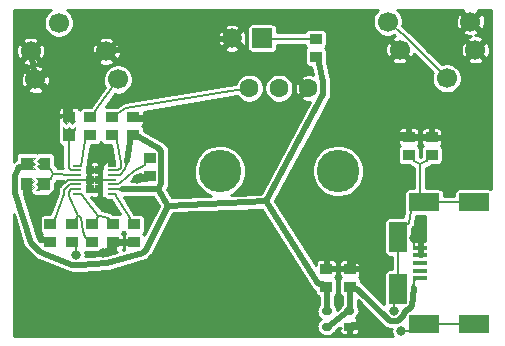
<source format=gbr>
G04 #@! TF.FileFunction,Copper,L1,Top,Signal*
%FSLAX46Y46*%
G04 Gerber Fmt 4.6, Leading zero omitted, Abs format (unit mm)*
G04 Created by KiCad (PCBNEW 4.0.0-rc1-stable) date 19.10.2015 17:54:31*
%MOMM*%
G01*
G04 APERTURE LIST*
%ADD10C,0.100000*%
%ADD11R,1.016000X0.889000*%
%ADD12R,0.800000X0.800000*%
%ADD13R,0.800000X0.200000*%
%ADD14O,0.800000X0.200000*%
%ADD15R,0.899160X0.701040*%
%ADD16O,0.899160X0.701040*%
%ADD17R,1.100000X1.000000*%
%ADD18R,1.100000X0.900000*%
%ADD19R,1.000000X1.100000*%
%ADD20R,0.900000X1.100000*%
%ADD21R,1.000000X0.900000*%
%ADD22C,3.600000*%
%ADD23C,1.600000*%
%ADD24R,2.500000X1.500000*%
%ADD25R,1.500000X2.500000*%
%ADD26R,1.250000X0.400000*%
%ADD27C,1.699260*%
%ADD28R,1.676400X1.676400*%
%ADD29C,1.676400*%
%ADD30C,0.800000*%
%ADD31C,0.200000*%
%ADD32C,0.500000*%
%ADD33C,0.254000*%
G04 APERTURE END LIST*
D10*
X195181900Y-99033800D02*
X194831900Y-99033800D01*
X194831900Y-99033800D02*
X194981900Y-98883800D01*
X194981900Y-98883800D02*
X195081900Y-98983800D01*
X195081900Y-98983800D02*
X194981900Y-98983800D01*
X195431900Y-98883800D02*
X195431900Y-99033800D01*
X195431900Y-99033800D02*
X195331900Y-99033800D01*
X195331900Y-99033800D02*
X195381900Y-98983800D01*
X195381900Y-98383800D02*
X195231900Y-98483800D01*
X195231900Y-98483800D02*
X195131900Y-98383800D01*
X195131900Y-98383800D02*
X195281900Y-98383800D01*
X194831900Y-98383800D02*
X194731900Y-98483800D01*
X194731900Y-98483800D02*
X194631900Y-98383800D01*
X194631900Y-98383800D02*
X194731900Y-98383800D01*
X194531900Y-99033800D02*
X194531900Y-98933800D01*
X194531900Y-98933800D02*
X194631900Y-99033800D01*
X194481900Y-98783800D02*
X194481900Y-99083800D01*
X194481900Y-99083800D02*
X195481900Y-99083800D01*
X195481900Y-99083800D02*
X195481900Y-98783800D01*
X194481900Y-98333800D02*
X194731900Y-98583800D01*
X194731900Y-98583800D02*
X194981900Y-98333800D01*
X194981900Y-98333800D02*
X195231900Y-98583800D01*
X195231900Y-98583800D02*
X195481900Y-98333800D01*
X195481900Y-98333800D02*
X194481900Y-98333800D01*
X194981900Y-98783800D02*
X195231900Y-99033800D01*
X195231900Y-99033800D02*
X195481900Y-98783800D01*
X194981900Y-98783800D02*
X194731900Y-99033800D01*
X194731900Y-99033800D02*
X194481900Y-98783800D01*
X191831600Y-102097000D02*
X191831600Y-101747000D01*
X191831600Y-101747000D02*
X191981600Y-101897000D01*
X191981600Y-101897000D02*
X191881600Y-101997000D01*
X191881600Y-101997000D02*
X191881600Y-101897000D01*
X191981600Y-102347000D02*
X191831600Y-102347000D01*
X191831600Y-102347000D02*
X191831600Y-102247000D01*
X191831600Y-102247000D02*
X191881600Y-102297000D01*
X192481600Y-102297000D02*
X192381600Y-102147000D01*
X192381600Y-102147000D02*
X192481600Y-102047000D01*
X192481600Y-102047000D02*
X192481600Y-102197000D01*
X192481600Y-101747000D02*
X192381600Y-101647000D01*
X192381600Y-101647000D02*
X192481600Y-101547000D01*
X192481600Y-101547000D02*
X192481600Y-101647000D01*
X191831600Y-101447000D02*
X191931600Y-101447000D01*
X191931600Y-101447000D02*
X191831600Y-101547000D01*
X192081600Y-101397000D02*
X191781600Y-101397000D01*
X191781600Y-101397000D02*
X191781600Y-102397000D01*
X191781600Y-102397000D02*
X192081600Y-102397000D01*
X192531600Y-101397000D02*
X192281600Y-101647000D01*
X192281600Y-101647000D02*
X192531600Y-101897000D01*
X192531600Y-101897000D02*
X192281600Y-102147000D01*
X192281600Y-102147000D02*
X192531600Y-102397000D01*
X192531600Y-102397000D02*
X192531600Y-101397000D01*
X192081600Y-101897000D02*
X191831600Y-102147000D01*
X191831600Y-102147000D02*
X192081600Y-102397000D01*
X192081600Y-101897000D02*
X191831600Y-101647000D01*
X191831600Y-101647000D02*
X192081600Y-101397000D01*
X192421800Y-103457100D02*
X192421800Y-103807100D01*
X192421800Y-103807100D02*
X192271800Y-103657100D01*
X192271800Y-103657100D02*
X192371800Y-103557100D01*
X192371800Y-103557100D02*
X192371800Y-103657100D01*
X192271800Y-103207100D02*
X192421800Y-103207100D01*
X192421800Y-103207100D02*
X192421800Y-103307100D01*
X192421800Y-103307100D02*
X192371800Y-103257100D01*
X191771800Y-103257100D02*
X191871800Y-103407100D01*
X191871800Y-103407100D02*
X191771800Y-103507100D01*
X191771800Y-103507100D02*
X191771800Y-103357100D01*
X191771800Y-103807100D02*
X191871800Y-103907100D01*
X191871800Y-103907100D02*
X191771800Y-104007100D01*
X191771800Y-104007100D02*
X191771800Y-103907100D01*
X192421800Y-104107100D02*
X192321800Y-104107100D01*
X192321800Y-104107100D02*
X192421800Y-104007100D01*
X192171800Y-104157100D02*
X192471800Y-104157100D01*
X192471800Y-104157100D02*
X192471800Y-103157100D01*
X192471800Y-103157100D02*
X192171800Y-103157100D01*
X191721800Y-104157100D02*
X191971800Y-103907100D01*
X191971800Y-103907100D02*
X191721800Y-103657100D01*
X191721800Y-103657100D02*
X191971800Y-103407100D01*
X191971800Y-103407100D02*
X191721800Y-103157100D01*
X191721800Y-103157100D02*
X191721800Y-104157100D01*
X192171800Y-103657100D02*
X192421800Y-103407100D01*
X192421800Y-103407100D02*
X192171800Y-103157100D01*
X192171800Y-103657100D02*
X192421800Y-103907100D01*
X192421800Y-103907100D02*
X192171800Y-104157100D01*
D11*
X223735700Y-101178400D03*
X223735700Y-99654400D03*
X218751600Y-112312200D03*
X218751600Y-110788200D03*
X193403400Y-107052200D03*
X193403400Y-108576200D03*
X196765100Y-97960200D03*
X196765100Y-99484200D03*
X200506600Y-107032600D03*
X200506600Y-108556600D03*
X216751600Y-112312200D03*
X216751600Y-110788200D03*
X201835400Y-101450600D03*
X201835400Y-102974600D03*
X200418400Y-99490100D03*
X200418400Y-97966100D03*
X198594100Y-99483800D03*
X198594100Y-97959800D03*
D12*
X196748800Y-103272300D03*
X197548800Y-103272300D03*
X196748800Y-102472300D03*
X197548800Y-102472300D03*
X196748800Y-104072300D03*
X197548800Y-104072300D03*
D13*
X198648800Y-104472300D03*
D14*
X198648800Y-104072300D03*
X198648800Y-103672300D03*
X198648800Y-103272300D03*
X198648800Y-102872300D03*
X198648800Y-102472300D03*
X198648800Y-102072300D03*
X195648800Y-102072300D03*
X195648800Y-102472300D03*
X195648800Y-102872300D03*
X195648800Y-103272300D03*
X195648800Y-103672300D03*
X195648800Y-104072300D03*
X195648800Y-104472300D03*
D15*
X218701560Y-115700440D03*
D16*
X218701560Y-114399960D03*
X216801640Y-114399960D03*
X216801640Y-115700440D03*
D17*
X194981900Y-99483800D03*
D18*
X194981900Y-97933800D03*
D19*
X191381600Y-101897000D03*
D20*
X192931600Y-101897000D03*
D19*
X192871800Y-103657100D03*
D20*
X191321800Y-103657100D03*
D21*
X225677700Y-101164600D03*
X225677700Y-99664600D03*
X195191400Y-108557900D03*
X195191400Y-107057900D03*
X196950100Y-108550100D03*
X196950100Y-107050100D03*
X198719200Y-107050200D03*
X198719200Y-108550200D03*
D22*
X217750000Y-102524300D03*
X207750000Y-102524300D03*
D23*
X215250000Y-95524300D03*
X212750000Y-95524300D03*
X210250000Y-95524300D03*
D21*
X215854400Y-91354400D03*
X215854400Y-92854400D03*
D24*
X229250800Y-115480700D03*
X229250800Y-105180700D03*
X225050800Y-115480700D03*
X225050800Y-105180700D03*
D25*
X222850800Y-112530700D03*
X222850800Y-108130700D03*
D26*
X224725800Y-111630700D03*
X224725800Y-110980700D03*
X224725800Y-110330700D03*
X224725800Y-109680700D03*
X224725800Y-109030700D03*
D27*
X191721360Y-92382000D03*
X192120140Y-94782300D03*
X194121660Y-89981700D03*
X199120380Y-94782300D03*
X198119620Y-92382000D03*
X229361340Y-92274200D03*
X228962560Y-89873900D03*
X226961040Y-94674500D03*
X221962320Y-89873900D03*
X222963080Y-92274200D03*
D28*
X211317600Y-91304500D03*
D29*
X208777600Y-91304500D03*
D30*
X222499800Y-114380700D03*
X223101200Y-116087600D03*
X213671600Y-90195900D03*
X218304300Y-90258900D03*
X211617600Y-94393500D03*
X208012100Y-94340300D03*
X224201300Y-108230700D03*
X219859600Y-110439500D03*
X219597800Y-114947900D03*
X222627700Y-99457500D03*
X201526400Y-98165700D03*
X198384600Y-101372300D03*
X197834900Y-109464600D03*
X200727400Y-103203100D03*
X192373200Y-105345500D03*
X194762500Y-96874400D03*
X191178600Y-99915300D03*
X192916200Y-99118900D03*
X191033800Y-96838200D03*
X193676400Y-92349300D03*
X199649600Y-90104800D03*
X204355800Y-90141000D03*
X202437100Y-94521300D03*
X205043600Y-98358700D03*
X204681600Y-103897500D03*
X201170100Y-105236900D03*
X191504400Y-111535900D03*
X197803400Y-111861700D03*
X204428200Y-111391100D03*
X211632200Y-111029100D03*
X191576800Y-115880100D03*
X197405200Y-115880100D03*
X201749300Y-115192200D03*
X208881000Y-115735300D03*
X214528300Y-115662800D03*
X208120700Y-108965600D03*
X210184200Y-106648700D03*
X215433400Y-106612500D03*
X210220400Y-98394900D03*
X216736600Y-98575900D03*
X220284300Y-106576300D03*
X221455800Y-102675800D03*
X220006100Y-96404300D03*
X229334500Y-101667300D03*
X225899400Y-97854000D03*
X229113900Y-96561900D03*
X225836300Y-90826200D03*
X195554800Y-109607900D03*
D31*
X224143700Y-101522900D02*
X223735700Y-101178400D01*
X224143700Y-101622900D02*
X224143700Y-101522900D01*
X224143700Y-101664300D02*
X224143700Y-101622900D01*
X224202300Y-101722900D02*
X224143700Y-101664300D01*
X224703500Y-101946100D02*
X224202300Y-101722900D01*
X225277700Y-101514600D02*
X225677700Y-101164600D01*
X225277700Y-101614600D02*
X225277700Y-101514600D01*
X225277700Y-101656000D02*
X225277700Y-101614600D01*
X225219100Y-101714600D02*
X225277700Y-101656000D01*
X224703500Y-101946100D02*
X225219100Y-101714600D01*
X224703500Y-104430700D02*
X224703500Y-101946100D01*
X224703500Y-104530700D02*
X224703500Y-104430700D01*
X225050800Y-105180700D02*
X224703500Y-104530700D01*
X223900800Y-116087600D02*
X225050800Y-115480700D01*
X223800800Y-116087600D02*
X223900800Y-116087600D01*
X223101200Y-116087600D02*
X223800800Y-116087600D01*
X222499800Y-113780700D02*
X222499800Y-114380700D01*
X222499800Y-113680700D02*
X222499800Y-113780700D01*
X222850800Y-112530700D02*
X222499800Y-113680700D01*
X222850800Y-111380700D02*
X222850800Y-112530700D01*
X222850800Y-111280700D02*
X222850800Y-111380700D01*
X222850800Y-109380700D02*
X222850800Y-111280700D01*
X222850800Y-109280700D02*
X222850800Y-109380700D01*
X222850800Y-108130700D02*
X222850800Y-109280700D01*
X223900800Y-105830700D02*
X225050800Y-105180700D01*
X223900800Y-105930700D02*
X223900800Y-105830700D01*
X223742200Y-106939300D02*
X223900800Y-105930700D01*
X223659400Y-107022100D02*
X223742200Y-106939300D01*
X223600800Y-107022100D02*
X223659400Y-107022100D01*
X223500800Y-107022100D02*
X223600800Y-107022100D01*
X222850800Y-108130700D02*
X223500800Y-107022100D01*
X228100800Y-105180700D02*
X229250800Y-105180700D01*
X228000800Y-105180700D02*
X228100800Y-105180700D01*
X226300800Y-105180700D02*
X228000800Y-105180700D01*
X226200800Y-105180700D02*
X226300800Y-105180700D01*
X225050800Y-105180700D02*
X226200800Y-105180700D01*
X228100800Y-115480700D02*
X229250800Y-115480700D01*
X228000800Y-115480700D02*
X228100800Y-115480700D01*
X226300800Y-115480700D02*
X228000800Y-115480700D01*
X226200800Y-115480700D02*
X226300800Y-115480700D01*
X225050800Y-115480700D02*
X226200800Y-115480700D01*
D32*
X194681900Y-97733800D02*
X194981900Y-97933800D01*
X194681900Y-97483800D02*
X194681900Y-97733800D01*
X194762500Y-96874400D02*
X194681900Y-97483800D01*
X210292800Y-92593200D02*
X208777600Y-91304500D01*
X213268000Y-94273800D02*
X210292800Y-92593200D01*
X215250000Y-95524300D02*
X213268000Y-94273800D01*
D31*
X197848800Y-103272300D02*
X197548800Y-103272300D01*
X197948800Y-103272300D02*
X197848800Y-103272300D01*
X198348800Y-103272300D02*
X197948800Y-103272300D01*
X198648800Y-103272300D02*
X198348800Y-103272300D01*
X196448800Y-103272300D02*
X196748800Y-103272300D01*
X196348800Y-103272300D02*
X196448800Y-103272300D01*
X195948800Y-103272300D02*
X196348800Y-103272300D01*
X195648800Y-103272300D02*
X195948800Y-103272300D01*
D32*
X201223800Y-103169100D02*
X200727400Y-103203100D01*
X201327400Y-103169100D02*
X201223800Y-103169100D01*
X201577400Y-103169100D02*
X201327400Y-103169100D01*
X201835400Y-102974600D02*
X201577400Y-103169100D01*
X198322800Y-109250200D02*
X197834900Y-109464600D01*
X198469200Y-109103800D02*
X198322800Y-109250200D01*
X198469200Y-109000200D02*
X198469200Y-109103800D01*
X198469200Y-108750200D02*
X198469200Y-109000200D01*
X198719200Y-108550200D02*
X198469200Y-108750200D01*
X193558400Y-104657600D02*
X193990500Y-104233500D01*
X192373200Y-105345500D02*
X193558400Y-104657600D01*
X192444900Y-106421100D02*
X192373200Y-105345500D01*
X192444900Y-107310100D02*
X192444900Y-106421100D01*
X192444900Y-107683300D02*
X192444900Y-107310100D01*
X192645400Y-108235300D02*
X192444900Y-107683300D01*
X192791800Y-108381700D02*
X192645400Y-108235300D01*
X192895400Y-108381700D02*
X192791800Y-108381700D01*
X193145400Y-108381700D02*
X192895400Y-108381700D01*
X193403400Y-108576200D02*
X193145400Y-108381700D01*
D31*
X198384600Y-102072300D02*
X198384600Y-101372300D01*
X198648800Y-102072300D02*
X198384600Y-102072300D01*
D32*
X197845200Y-101822300D02*
X198384600Y-101372300D01*
X197698800Y-101968700D02*
X197845200Y-101822300D01*
X197698800Y-102072300D02*
X197698800Y-101968700D01*
X197698800Y-102322300D02*
X197698800Y-102072300D01*
X197548800Y-102472300D02*
X197698800Y-102322300D01*
X191721400Y-92382000D02*
X192120100Y-94782300D01*
D31*
X194148800Y-103975200D02*
X193990500Y-104233500D01*
X194851700Y-103272300D02*
X194148800Y-103975200D01*
X195348800Y-103272300D02*
X194851700Y-103272300D01*
X195648800Y-103272300D02*
X195348800Y-103272300D01*
D32*
X191668200Y-104457100D02*
X192373200Y-105345500D01*
X191521800Y-104310700D02*
X191668200Y-104457100D01*
X191521800Y-104207100D02*
X191521800Y-104310700D01*
X191521800Y-103957100D02*
X191521800Y-104207100D01*
X191321800Y-103657100D02*
X191521800Y-103957100D01*
X192120100Y-94782300D02*
X194762500Y-96874400D01*
X198119600Y-92382000D02*
X192120100Y-94782300D01*
X208777600Y-91304500D02*
X198119600Y-92382000D01*
X200676400Y-98160600D02*
X200418400Y-97966100D01*
X200926400Y-98160600D02*
X200676400Y-98160600D01*
X201030000Y-98160600D02*
X200926400Y-98160600D01*
X201526400Y-98165700D02*
X201030000Y-98160600D01*
X223477700Y-99459900D02*
X223735700Y-99654400D01*
X223227700Y-99459900D02*
X223477700Y-99459900D01*
X223124100Y-99459900D02*
X223227700Y-99459900D01*
X222627700Y-99457500D02*
X223124100Y-99459900D01*
X200248600Y-108553400D02*
X200506600Y-108556600D01*
X199998600Y-108553400D02*
X200248600Y-108553400D01*
X199219200Y-108553400D02*
X199998600Y-108553400D01*
X198969200Y-108553400D02*
X199219200Y-108553400D01*
X198719200Y-108550200D02*
X198969200Y-108553400D01*
X218901200Y-115599900D02*
X218701600Y-115700400D01*
X219151200Y-115599900D02*
X218901200Y-115599900D01*
X219254800Y-115599900D02*
X219151200Y-115599900D01*
X219401200Y-115453500D02*
X219254800Y-115599900D01*
X219597800Y-114947900D02*
X219401200Y-115453500D01*
X225427700Y-99659500D02*
X225677700Y-99664600D01*
X225177700Y-99659500D02*
X225427700Y-99659500D01*
X224243700Y-99659500D02*
X225177700Y-99659500D01*
X223993700Y-99659500D02*
X224243700Y-99659500D01*
X223735700Y-99654400D02*
X223993700Y-99659500D01*
X219009600Y-110593700D02*
X218751600Y-110788200D01*
X219009600Y-110343700D02*
X219009600Y-110593700D01*
X219009600Y-110240100D02*
X219009600Y-110343700D01*
X219156000Y-110093700D02*
X219009600Y-110240100D01*
X219363200Y-110093700D02*
X219156000Y-110093700D01*
X219446200Y-110143200D02*
X219363200Y-110093700D01*
X219859600Y-110439500D02*
X219446200Y-110143200D01*
D31*
X224201300Y-108830700D02*
X224201300Y-108230700D01*
X224201300Y-108930700D02*
X224201300Y-108830700D01*
X224725800Y-109030700D02*
X224201300Y-108930700D01*
X224725800Y-109130700D02*
X224725800Y-109030700D01*
X224725800Y-109230700D02*
X224725800Y-109130700D01*
X224725800Y-109480700D02*
X224725800Y-109230700D01*
X224725800Y-109580700D02*
X224725800Y-109480700D01*
X224725800Y-109680700D02*
X224725800Y-109580700D01*
D32*
X218493600Y-110788200D02*
X218751600Y-110788200D01*
X218243600Y-110788200D02*
X218493600Y-110788200D01*
X217259600Y-110788200D02*
X218243600Y-110788200D01*
X217009600Y-110788200D02*
X217259600Y-110788200D01*
X216751600Y-110788200D02*
X217009600Y-110788200D01*
D31*
X194148800Y-103975200D02*
X194140400Y-104238300D01*
X194148800Y-103975200D02*
X193918200Y-104102100D01*
X224200800Y-111872100D02*
X224152900Y-112462400D01*
X224200800Y-111830700D02*
X224200800Y-111872100D01*
X224200800Y-111730700D02*
X224200800Y-111830700D01*
X224725800Y-111630700D02*
X224200800Y-111730700D01*
D32*
X219009600Y-112506700D02*
X218751600Y-112312200D01*
X219259600Y-112506700D02*
X219009600Y-112506700D01*
X219363200Y-112506700D02*
X219259600Y-112506700D01*
X222147500Y-115231200D02*
X219363200Y-112506700D01*
X222852100Y-115231200D02*
X222147500Y-115231200D01*
X223350300Y-114733000D02*
X222852100Y-115231200D01*
X223350300Y-114544100D02*
X223350300Y-114733000D01*
X223614200Y-114280200D02*
X223350300Y-114544100D01*
X223787400Y-114231200D02*
X223614200Y-114280200D01*
X224051300Y-113967300D02*
X223787400Y-114231200D01*
X224152900Y-112462400D02*
X224051300Y-113967300D01*
X216900700Y-115700400D02*
X216801600Y-115700400D01*
X218602500Y-114400000D02*
X216900700Y-115700400D01*
X218701600Y-114400000D02*
X218602500Y-114400000D01*
X218726600Y-114400000D02*
X218701600Y-114400000D01*
X218726600Y-112756700D02*
X218726600Y-114400000D01*
X218726600Y-112506700D02*
X218726600Y-112756700D01*
X218751600Y-112312200D02*
X218726600Y-112506700D01*
D31*
X224182000Y-112103600D02*
X224293900Y-112411100D01*
X224182000Y-112103600D02*
X224022100Y-112389100D01*
X195348800Y-103672300D02*
X195648800Y-103672300D01*
X195017400Y-103672300D02*
X195348800Y-103672300D01*
X194548800Y-104140900D02*
X195017400Y-103672300D01*
X194541000Y-104461500D02*
X194548800Y-104140900D01*
X193811400Y-106566300D02*
X194541000Y-104461500D01*
X193811400Y-106607700D02*
X193811400Y-106566300D01*
X193811400Y-106707700D02*
X193811400Y-106607700D01*
X193403400Y-107052200D02*
X193811400Y-106707700D01*
X197173100Y-97474300D02*
X199120400Y-94782300D01*
X197173100Y-97515700D02*
X197173100Y-97474300D01*
X197173100Y-97615700D02*
X197173100Y-97515700D01*
X196765100Y-97960200D02*
X197173100Y-97615700D01*
X195554800Y-109007900D02*
X195554800Y-109607900D01*
X195554800Y-108907900D02*
X195554800Y-109007900D01*
X195191400Y-108557900D02*
X195554800Y-108907900D01*
X196357100Y-99828700D02*
X196765100Y-99484200D01*
X196357100Y-99928700D02*
X196357100Y-99828700D01*
X196357100Y-99970100D02*
X196357100Y-99928700D01*
X195948800Y-102072300D02*
X196357100Y-99970100D01*
X195648800Y-102072300D02*
X195948800Y-102072300D01*
X200098600Y-106688100D02*
X200506600Y-107032600D01*
X200098600Y-106588100D02*
X200098600Y-106688100D01*
X200098600Y-106546700D02*
X200098600Y-106588100D01*
X198948800Y-104613700D02*
X200098600Y-106546700D01*
X198948800Y-104572300D02*
X198948800Y-104613700D01*
X198948800Y-104472300D02*
X198948800Y-104572300D01*
X198648800Y-104472300D02*
X198948800Y-104472300D01*
D32*
X211654500Y-105107700D02*
X203374000Y-105457500D01*
X216500500Y-96042300D02*
X211654500Y-105107700D01*
X216500500Y-95006300D02*
X216500500Y-96042300D01*
X216104400Y-93408000D02*
X216500500Y-95006300D01*
X216104400Y-93304400D02*
X216104400Y-93408000D01*
X216104400Y-93054400D02*
X216104400Y-93304400D01*
X215854400Y-92854400D02*
X216104400Y-93054400D01*
X203374000Y-105457500D02*
X202487400Y-104061400D01*
X201465100Y-109187700D02*
X203374000Y-105457500D01*
X201201200Y-109451600D02*
X201465100Y-109187700D01*
X198187200Y-110315100D02*
X201201200Y-109451600D01*
X195907100Y-110458400D02*
X198187200Y-110315100D01*
X195202500Y-110458400D02*
X195907100Y-110458400D01*
X192708800Y-109471200D02*
X195202500Y-110458400D01*
X192418600Y-109282700D02*
X192708800Y-109471200D01*
X191744400Y-108608500D02*
X192418600Y-109282700D01*
X190421300Y-104393700D02*
X191744400Y-108608500D01*
X190421300Y-104020500D02*
X190421300Y-104393700D01*
X190421300Y-102920500D02*
X190421300Y-104020500D01*
X190631600Y-102343400D02*
X190421300Y-102920500D01*
X190778000Y-102197000D02*
X190631600Y-102343400D01*
X190881600Y-102197000D02*
X190778000Y-102197000D01*
X191131600Y-102197000D02*
X190881600Y-102197000D01*
X191381600Y-101897000D02*
X191131600Y-102197000D01*
X215993600Y-111971300D02*
X211654500Y-105107700D01*
X216140000Y-112117700D02*
X215993600Y-111971300D01*
X216243600Y-112117700D02*
X216140000Y-112117700D01*
X216493600Y-112117700D02*
X216243600Y-112117700D01*
X216751600Y-112312200D02*
X216493600Y-112117700D01*
D31*
X199114500Y-104072300D02*
X199498800Y-104070800D01*
X198948800Y-104072300D02*
X199114500Y-104072300D01*
X198648800Y-104072300D02*
X198948800Y-104072300D01*
D32*
X202487400Y-104061400D02*
X199498800Y-104070800D01*
X200676400Y-99684600D02*
X200418400Y-99490100D01*
X200926400Y-99684600D02*
X200676400Y-99684600D01*
X202530000Y-100555600D02*
X200926400Y-99684600D01*
X202793900Y-100819500D02*
X202530000Y-100555600D01*
X202793900Y-103232500D02*
X202793900Y-100819500D01*
X202793900Y-103605700D02*
X202793900Y-103232500D01*
X202487400Y-104061400D02*
X202793900Y-103605700D01*
D31*
X199748800Y-102403700D02*
X199887600Y-101662600D01*
X199280200Y-102872300D02*
X199748800Y-102403700D01*
X198948800Y-102872300D02*
X199280200Y-102872300D01*
X198648800Y-102872300D02*
X198948800Y-102872300D01*
D32*
X200160400Y-100038200D02*
X199887600Y-101662600D01*
X200160400Y-99934600D02*
X200160400Y-100038200D01*
X200160400Y-99684600D02*
X200160400Y-99934600D01*
X200418400Y-99490100D02*
X200160400Y-99684600D01*
X216776600Y-112506700D02*
X216751600Y-112312200D01*
X216776600Y-112756700D02*
X216776600Y-112506700D01*
X216776600Y-114400000D02*
X216776600Y-112756700D01*
X216801600Y-114400000D02*
X216776600Y-114400000D01*
D31*
X199138800Y-104072200D02*
X199435800Y-103934600D01*
X199138800Y-104072200D02*
X199436800Y-104207400D01*
X199821300Y-102016400D02*
X199742100Y-101698900D01*
X199821300Y-102016400D02*
X200010100Y-101749100D01*
X201427400Y-101795100D02*
X201835400Y-101450600D01*
X201427400Y-101895100D02*
X201427400Y-101795100D01*
X201427400Y-101936500D02*
X201427400Y-101895100D01*
X201368800Y-101995100D02*
X201427400Y-101936500D01*
X200437200Y-102502600D02*
X201368800Y-101995100D01*
X199270800Y-103520300D02*
X200437200Y-102502600D01*
X199114500Y-103672300D02*
X199270800Y-103520300D01*
X198948800Y-103672300D02*
X199114500Y-103672300D01*
X198648800Y-103672300D02*
X198948800Y-103672300D01*
X199002100Y-99828300D02*
X198594100Y-99483800D01*
X199002100Y-99928300D02*
X199002100Y-99828300D01*
X199002100Y-99969700D02*
X199002100Y-99928300D01*
X199337100Y-101890600D02*
X199002100Y-99969700D01*
X199348800Y-101906600D02*
X199337100Y-101890600D01*
X199348800Y-102238000D02*
X199348800Y-101906600D01*
X199114500Y-102472300D02*
X199348800Y-102238000D01*
X198948800Y-102472300D02*
X199114500Y-102472300D01*
X198648800Y-102472300D02*
X198948800Y-102472300D01*
X199785900Y-97221100D02*
X210250000Y-95524300D01*
X199143500Y-97615300D02*
X199785900Y-97221100D01*
X199102100Y-97615300D02*
X199143500Y-97615300D01*
X199002100Y-97615300D02*
X199102100Y-97615300D01*
X198594100Y-97959800D02*
X199002100Y-97615300D01*
X195348800Y-102472300D02*
X195648800Y-102472300D01*
X195183100Y-102472300D02*
X195348800Y-102472300D01*
X194948800Y-102238000D02*
X195183100Y-102472300D01*
X194948800Y-99983800D02*
X194948800Y-102238000D01*
X194948800Y-99883800D02*
X194948800Y-99983800D01*
X194981900Y-99483800D02*
X194948800Y-99883800D01*
X195348800Y-102872300D02*
X195648800Y-102872300D01*
X193624000Y-102806400D02*
X195348800Y-102872300D01*
X193471800Y-103148500D02*
X193624000Y-102806400D01*
X193413200Y-103207100D02*
X193471800Y-103148500D01*
X193371800Y-103207100D02*
X193413200Y-103207100D01*
X193271800Y-103207100D02*
X193371800Y-103207100D01*
X192871800Y-103657100D02*
X193271800Y-103207100D01*
X193481600Y-102405600D02*
X193624000Y-102806400D01*
X193423000Y-102347000D02*
X193481600Y-102405600D01*
X193381600Y-102347000D02*
X193423000Y-102347000D01*
X193281600Y-102347000D02*
X193381600Y-102347000D01*
X192931600Y-101897000D02*
X193281600Y-102347000D01*
X195591400Y-106707900D02*
X195191400Y-107057900D01*
X195591400Y-106607900D02*
X195591400Y-106707900D01*
X195591400Y-106566500D02*
X195591400Y-106607900D01*
X195774200Y-106301400D02*
X195591400Y-106566500D01*
X196550100Y-108200100D02*
X196950100Y-108550100D01*
X196450100Y-108200100D02*
X196550100Y-108200100D01*
X196408700Y-108200100D02*
X196450100Y-108200100D01*
X196350100Y-108141500D02*
X196408700Y-108200100D01*
X196149600Y-107624600D02*
X196350100Y-108141500D01*
X195991900Y-106483400D02*
X196149600Y-107624600D01*
X195815900Y-106307400D02*
X195991900Y-106483400D01*
X195774200Y-106301400D02*
X195815900Y-106307400D01*
X194948800Y-104638000D02*
X195774200Y-106301400D01*
X194948800Y-104306600D02*
X194948800Y-104638000D01*
X195183100Y-104072300D02*
X194948800Y-104306600D01*
X195348800Y-104072300D02*
X195183100Y-104072300D01*
X195648800Y-104072300D02*
X195348800Y-104072300D01*
X197350100Y-106700100D02*
X196950100Y-107050100D01*
X197350100Y-106600100D02*
X197350100Y-106700100D01*
X197350100Y-106558700D02*
X197350100Y-106600100D01*
X197462100Y-106300100D02*
X197350100Y-106558700D01*
X198319200Y-106700200D02*
X198719200Y-107050200D01*
X198319200Y-106600200D02*
X198319200Y-106700200D01*
X198319200Y-106558800D02*
X198319200Y-106600200D01*
X198260600Y-106500200D02*
X198319200Y-106558800D01*
X197574400Y-106300100D02*
X198260600Y-106500200D01*
X197462100Y-106300100D02*
X197574400Y-106300100D01*
X196048300Y-104596800D02*
X197462100Y-106300100D01*
X195948800Y-104472300D02*
X196048300Y-104596800D01*
X195648800Y-104472300D02*
X195948800Y-104472300D01*
X212055800Y-91329400D02*
X211317600Y-91304500D01*
X212155800Y-91329400D02*
X212055800Y-91329400D01*
X215354400Y-91329400D02*
X212155800Y-91329400D01*
X215454400Y-91329400D02*
X215354400Y-91329400D01*
X215854400Y-91354400D02*
X215454400Y-91329400D01*
X224113200Y-91797800D02*
X226961000Y-94674500D01*
X223439500Y-91124100D02*
X224113200Y-91797800D01*
X221962300Y-89873900D02*
X223439500Y-91124100D01*
D33*
G36*
X215421362Y-112333063D02*
X215423910Y-112336336D01*
X215425820Y-112340021D01*
X215464472Y-112388439D01*
X215502527Y-112437322D01*
X215505665Y-112440040D01*
X215508252Y-112443281D01*
X215514889Y-112450011D01*
X215661289Y-112596411D01*
X215709596Y-112636091D01*
X215757517Y-112676302D01*
X215760637Y-112678017D01*
X215763388Y-112680277D01*
X215814534Y-112707701D01*
X215814534Y-112756700D01*
X215819956Y-112824698D01*
X215855673Y-112940030D01*
X215922106Y-113040846D01*
X216013995Y-113119163D01*
X216099600Y-113157751D01*
X216099600Y-113909748D01*
X216053746Y-113965176D01*
X215981572Y-114098659D01*
X215936700Y-114243618D01*
X215920838Y-114394532D01*
X215934591Y-114545653D01*
X215977435Y-114691224D01*
X216047738Y-114825701D01*
X216142822Y-114943962D01*
X216259066Y-115041502D01*
X216273963Y-115049692D01*
X216268066Y-115052827D01*
X216150472Y-115148735D01*
X216053746Y-115265656D01*
X215981572Y-115399139D01*
X215936700Y-115544098D01*
X215920838Y-115695012D01*
X215934591Y-115846133D01*
X215977435Y-115991704D01*
X216047738Y-116126181D01*
X216142822Y-116244442D01*
X216259066Y-116341982D01*
X216392041Y-116415086D01*
X216536684Y-116460969D01*
X216687483Y-116477884D01*
X216698339Y-116477960D01*
X216904941Y-116477960D01*
X217055962Y-116463152D01*
X217201231Y-116419293D01*
X217335214Y-116348053D01*
X217452808Y-116252145D01*
X217549534Y-116135224D01*
X217621708Y-116001741D01*
X217621814Y-116001398D01*
X217874980Y-115807946D01*
X217874980Y-115827442D01*
X217969228Y-115827442D01*
X217874980Y-115921690D01*
X217874980Y-116088092D01*
X217889468Y-116160927D01*
X217917887Y-116229537D01*
X217959145Y-116291284D01*
X218011657Y-116343795D01*
X218073404Y-116385053D01*
X218142013Y-116413472D01*
X218214849Y-116427960D01*
X218480310Y-116427960D01*
X218574560Y-116333710D01*
X218574560Y-115827440D01*
X218828560Y-115827440D01*
X218828560Y-116333710D01*
X218922810Y-116427960D01*
X219188271Y-116427960D01*
X219261107Y-116413472D01*
X219329716Y-116385053D01*
X219391463Y-116343795D01*
X219443975Y-116291284D01*
X219485233Y-116229537D01*
X219513652Y-116160927D01*
X219528140Y-116088092D01*
X219528140Y-115921690D01*
X219433890Y-115827440D01*
X218828560Y-115827440D01*
X218574560Y-115827440D01*
X218554560Y-115827440D01*
X218554560Y-115573440D01*
X218574560Y-115573440D01*
X218574560Y-115553440D01*
X218828560Y-115553440D01*
X218828560Y-115573440D01*
X219433890Y-115573440D01*
X219528140Y-115479190D01*
X219528140Y-115312788D01*
X219513652Y-115239953D01*
X219485233Y-115171343D01*
X219443975Y-115109596D01*
X219391463Y-115057085D01*
X219329716Y-115015827D01*
X219292805Y-115000538D01*
X219352728Y-114951665D01*
X219449454Y-114834744D01*
X219521628Y-114701261D01*
X219566500Y-114556302D01*
X219582362Y-114405388D01*
X219568609Y-114254267D01*
X219525765Y-114108696D01*
X219455462Y-113974219D01*
X219403600Y-113909715D01*
X219403600Y-113493429D01*
X221674013Y-115715079D01*
X221719919Y-115751960D01*
X221765017Y-115789802D01*
X221771365Y-115793292D01*
X221777016Y-115797832D01*
X221829214Y-115825095D01*
X221880801Y-115853455D01*
X221887709Y-115855646D01*
X221894132Y-115859001D01*
X221950624Y-115875604D01*
X222006744Y-115893406D01*
X222013944Y-115894214D01*
X222020897Y-115896257D01*
X222079525Y-115901570D01*
X222138048Y-115908134D01*
X222147500Y-115908200D01*
X222293821Y-115908200D01*
X222275378Y-115994969D01*
X222273113Y-116157136D01*
X222302391Y-116316655D01*
X222362094Y-116467449D01*
X222397894Y-116523000D01*
X190277000Y-116523000D01*
X190277000Y-106194408D01*
X191098478Y-108811267D01*
X191108598Y-108835077D01*
X191115815Y-108859916D01*
X191134380Y-108895731D01*
X191150164Y-108932866D01*
X191164716Y-108954257D01*
X191176620Y-108977221D01*
X191201788Y-109008748D01*
X191224484Y-109042109D01*
X191242915Y-109060266D01*
X191259052Y-109080481D01*
X191265689Y-109087211D01*
X191939835Y-109761357D01*
X191939840Y-109761363D01*
X191939846Y-109761368D01*
X191939889Y-109761411D01*
X191990655Y-109803111D01*
X192041931Y-109845238D01*
X192041979Y-109845270D01*
X192041988Y-109845277D01*
X192041999Y-109845283D01*
X192049822Y-109850443D01*
X192340022Y-110038943D01*
X192395635Y-110067777D01*
X192450843Y-110097129D01*
X192457197Y-110099696D01*
X192457320Y-110099760D01*
X192457444Y-110099796D01*
X192459607Y-110100670D01*
X194953307Y-111087869D01*
X195007747Y-111103477D01*
X195061744Y-111120606D01*
X195071182Y-111121665D01*
X195080318Y-111124284D01*
X195136781Y-111129023D01*
X195193048Y-111135334D01*
X195202500Y-111135400D01*
X195907100Y-111135400D01*
X195923584Y-111133784D01*
X195940127Y-111134594D01*
X195949564Y-111134067D01*
X198229665Y-110990767D01*
X198231952Y-110990397D01*
X198234270Y-110990462D01*
X198297146Y-110979842D01*
X198360094Y-110969651D01*
X198362268Y-110968843D01*
X198364552Y-110968457D01*
X198373657Y-110965917D01*
X201387657Y-110102417D01*
X201419611Y-110089774D01*
X201452616Y-110080185D01*
X201480897Y-110065525D01*
X201510517Y-110053806D01*
X201539409Y-110035196D01*
X201569921Y-110019380D01*
X201594814Y-109999508D01*
X201621596Y-109982257D01*
X201646328Y-109958385D01*
X201673181Y-109936948D01*
X201679911Y-109930311D01*
X201943811Y-109666411D01*
X201965946Y-109639463D01*
X201990478Y-109614674D01*
X202007778Y-109588537D01*
X202027677Y-109564312D01*
X202044160Y-109533571D01*
X202063405Y-109504496D01*
X202067770Y-109496112D01*
X203796881Y-106117240D01*
X211291625Y-105800633D01*
X215421362Y-112333063D01*
X215421362Y-112333063D01*
G37*
X215421362Y-112333063D02*
X215423910Y-112336336D01*
X215425820Y-112340021D01*
X215464472Y-112388439D01*
X215502527Y-112437322D01*
X215505665Y-112440040D01*
X215508252Y-112443281D01*
X215514889Y-112450011D01*
X215661289Y-112596411D01*
X215709596Y-112636091D01*
X215757517Y-112676302D01*
X215760637Y-112678017D01*
X215763388Y-112680277D01*
X215814534Y-112707701D01*
X215814534Y-112756700D01*
X215819956Y-112824698D01*
X215855673Y-112940030D01*
X215922106Y-113040846D01*
X216013995Y-113119163D01*
X216099600Y-113157751D01*
X216099600Y-113909748D01*
X216053746Y-113965176D01*
X215981572Y-114098659D01*
X215936700Y-114243618D01*
X215920838Y-114394532D01*
X215934591Y-114545653D01*
X215977435Y-114691224D01*
X216047738Y-114825701D01*
X216142822Y-114943962D01*
X216259066Y-115041502D01*
X216273963Y-115049692D01*
X216268066Y-115052827D01*
X216150472Y-115148735D01*
X216053746Y-115265656D01*
X215981572Y-115399139D01*
X215936700Y-115544098D01*
X215920838Y-115695012D01*
X215934591Y-115846133D01*
X215977435Y-115991704D01*
X216047738Y-116126181D01*
X216142822Y-116244442D01*
X216259066Y-116341982D01*
X216392041Y-116415086D01*
X216536684Y-116460969D01*
X216687483Y-116477884D01*
X216698339Y-116477960D01*
X216904941Y-116477960D01*
X217055962Y-116463152D01*
X217201231Y-116419293D01*
X217335214Y-116348053D01*
X217452808Y-116252145D01*
X217549534Y-116135224D01*
X217621708Y-116001741D01*
X217621814Y-116001398D01*
X217874980Y-115807946D01*
X217874980Y-115827442D01*
X217969228Y-115827442D01*
X217874980Y-115921690D01*
X217874980Y-116088092D01*
X217889468Y-116160927D01*
X217917887Y-116229537D01*
X217959145Y-116291284D01*
X218011657Y-116343795D01*
X218073404Y-116385053D01*
X218142013Y-116413472D01*
X218214849Y-116427960D01*
X218480310Y-116427960D01*
X218574560Y-116333710D01*
X218574560Y-115827440D01*
X218828560Y-115827440D01*
X218828560Y-116333710D01*
X218922810Y-116427960D01*
X219188271Y-116427960D01*
X219261107Y-116413472D01*
X219329716Y-116385053D01*
X219391463Y-116343795D01*
X219443975Y-116291284D01*
X219485233Y-116229537D01*
X219513652Y-116160927D01*
X219528140Y-116088092D01*
X219528140Y-115921690D01*
X219433890Y-115827440D01*
X218828560Y-115827440D01*
X218574560Y-115827440D01*
X218554560Y-115827440D01*
X218554560Y-115573440D01*
X218574560Y-115573440D01*
X218574560Y-115553440D01*
X218828560Y-115553440D01*
X218828560Y-115573440D01*
X219433890Y-115573440D01*
X219528140Y-115479190D01*
X219528140Y-115312788D01*
X219513652Y-115239953D01*
X219485233Y-115171343D01*
X219443975Y-115109596D01*
X219391463Y-115057085D01*
X219329716Y-115015827D01*
X219292805Y-115000538D01*
X219352728Y-114951665D01*
X219449454Y-114834744D01*
X219521628Y-114701261D01*
X219566500Y-114556302D01*
X219582362Y-114405388D01*
X219568609Y-114254267D01*
X219525765Y-114108696D01*
X219455462Y-113974219D01*
X219403600Y-113909715D01*
X219403600Y-113493429D01*
X221674013Y-115715079D01*
X221719919Y-115751960D01*
X221765017Y-115789802D01*
X221771365Y-115793292D01*
X221777016Y-115797832D01*
X221829214Y-115825095D01*
X221880801Y-115853455D01*
X221887709Y-115855646D01*
X221894132Y-115859001D01*
X221950624Y-115875604D01*
X222006744Y-115893406D01*
X222013944Y-115894214D01*
X222020897Y-115896257D01*
X222079525Y-115901570D01*
X222138048Y-115908134D01*
X222147500Y-115908200D01*
X222293821Y-115908200D01*
X222275378Y-115994969D01*
X222273113Y-116157136D01*
X222302391Y-116316655D01*
X222362094Y-116467449D01*
X222397894Y-116523000D01*
X190277000Y-116523000D01*
X190277000Y-106194408D01*
X191098478Y-108811267D01*
X191108598Y-108835077D01*
X191115815Y-108859916D01*
X191134380Y-108895731D01*
X191150164Y-108932866D01*
X191164716Y-108954257D01*
X191176620Y-108977221D01*
X191201788Y-109008748D01*
X191224484Y-109042109D01*
X191242915Y-109060266D01*
X191259052Y-109080481D01*
X191265689Y-109087211D01*
X191939835Y-109761357D01*
X191939840Y-109761363D01*
X191939846Y-109761368D01*
X191939889Y-109761411D01*
X191990655Y-109803111D01*
X192041931Y-109845238D01*
X192041979Y-109845270D01*
X192041988Y-109845277D01*
X192041999Y-109845283D01*
X192049822Y-109850443D01*
X192340022Y-110038943D01*
X192395635Y-110067777D01*
X192450843Y-110097129D01*
X192457197Y-110099696D01*
X192457320Y-110099760D01*
X192457444Y-110099796D01*
X192459607Y-110100670D01*
X194953307Y-111087869D01*
X195007747Y-111103477D01*
X195061744Y-111120606D01*
X195071182Y-111121665D01*
X195080318Y-111124284D01*
X195136781Y-111129023D01*
X195193048Y-111135334D01*
X195202500Y-111135400D01*
X195907100Y-111135400D01*
X195923584Y-111133784D01*
X195940127Y-111134594D01*
X195949564Y-111134067D01*
X198229665Y-110990767D01*
X198231952Y-110990397D01*
X198234270Y-110990462D01*
X198297146Y-110979842D01*
X198360094Y-110969651D01*
X198362268Y-110968843D01*
X198364552Y-110968457D01*
X198373657Y-110965917D01*
X201387657Y-110102417D01*
X201419611Y-110089774D01*
X201452616Y-110080185D01*
X201480897Y-110065525D01*
X201510517Y-110053806D01*
X201539409Y-110035196D01*
X201569921Y-110019380D01*
X201594814Y-109999508D01*
X201621596Y-109982257D01*
X201646328Y-109958385D01*
X201673181Y-109936948D01*
X201679911Y-109930311D01*
X201943811Y-109666411D01*
X201965946Y-109639463D01*
X201990478Y-109614674D01*
X202007778Y-109588537D01*
X202027677Y-109564312D01*
X202044160Y-109533571D01*
X202063405Y-109504496D01*
X202067770Y-109496112D01*
X203796881Y-106117240D01*
X211291625Y-105800633D01*
X215421362Y-112333063D01*
G36*
X193317848Y-88981960D02*
X193138973Y-89157128D01*
X192997528Y-89363703D01*
X192898900Y-89593818D01*
X192846848Y-89838707D01*
X192843352Y-90089043D01*
X192888547Y-90335290D01*
X192980710Y-90568068D01*
X193116333Y-90778513D01*
X193290247Y-90958607D01*
X193495830Y-91101491D01*
X193725251Y-91201722D01*
X193969771Y-91255483D01*
X194220076Y-91260726D01*
X194466632Y-91217252D01*
X194700049Y-91126715D01*
X194911435Y-90992566D01*
X195092739Y-90819913D01*
X195237054Y-90615332D01*
X195322692Y-90422985D01*
X208075690Y-90422985D01*
X208777600Y-91124895D01*
X209479510Y-90422985D01*
X209388695Y-90247334D01*
X209170710Y-90148428D01*
X208937618Y-90093950D01*
X208698377Y-90085992D01*
X208462180Y-90124861D01*
X208238104Y-90209063D01*
X208166505Y-90247334D01*
X208075690Y-90422985D01*
X195322692Y-90422985D01*
X195338885Y-90386617D01*
X195394352Y-90142478D01*
X195398345Y-89856520D01*
X195349716Y-89610928D01*
X195254311Y-89379459D01*
X195115764Y-89170928D01*
X194939352Y-88993280D01*
X194766959Y-88877000D01*
X221155608Y-88877000D01*
X220979633Y-89049328D01*
X220838188Y-89255903D01*
X220739560Y-89486018D01*
X220687508Y-89730907D01*
X220684012Y-89981243D01*
X220729207Y-90227490D01*
X220821370Y-90460268D01*
X220956993Y-90670713D01*
X221130907Y-90850807D01*
X221336490Y-90993691D01*
X221565911Y-91093922D01*
X221810431Y-91147683D01*
X222060736Y-91152926D01*
X222307292Y-91109452D01*
X222512419Y-91029888D01*
X222596991Y-91101463D01*
X222419588Y-91167930D01*
X222345197Y-91207692D01*
X222252998Y-91384513D01*
X222963080Y-92094595D01*
X222977223Y-92080453D01*
X223156828Y-92260058D01*
X223142685Y-92274200D01*
X223852767Y-92984282D01*
X224029588Y-92892083D01*
X224129639Y-92672145D01*
X224150257Y-92584315D01*
X225767642Y-94218113D01*
X225738280Y-94286618D01*
X225686228Y-94531507D01*
X225682732Y-94781843D01*
X225727927Y-95028090D01*
X225820090Y-95260868D01*
X225955713Y-95471313D01*
X226129627Y-95651407D01*
X226335210Y-95794291D01*
X226564631Y-95894522D01*
X226809151Y-95948283D01*
X227059456Y-95953526D01*
X227306012Y-95910052D01*
X227539429Y-95819515D01*
X227750815Y-95685366D01*
X227932119Y-95512713D01*
X228076434Y-95308132D01*
X228178265Y-95079417D01*
X228233732Y-94835278D01*
X228237725Y-94549320D01*
X228189096Y-94303728D01*
X228093691Y-94072259D01*
X227955144Y-93863728D01*
X227778732Y-93686080D01*
X227571174Y-93546081D01*
X227340376Y-93449062D01*
X227095130Y-93398720D01*
X226844776Y-93396973D01*
X226598850Y-93443885D01*
X226517030Y-93476943D01*
X226207120Y-93163887D01*
X228651258Y-93163887D01*
X228743457Y-93340708D01*
X228963395Y-93440759D01*
X229198626Y-93495979D01*
X229440110Y-93504246D01*
X229678566Y-93465244D01*
X229904832Y-93380470D01*
X229979223Y-93340708D01*
X230071422Y-93163887D01*
X229361340Y-92453805D01*
X228651258Y-93163887D01*
X226207120Y-93163887D01*
X225404349Y-92352970D01*
X228131294Y-92352970D01*
X228170296Y-92591426D01*
X228255070Y-92817692D01*
X228294832Y-92892083D01*
X228471653Y-92984282D01*
X229181735Y-92274200D01*
X229540945Y-92274200D01*
X230251027Y-92984282D01*
X230427848Y-92892083D01*
X230527899Y-92672145D01*
X230583119Y-92436914D01*
X230591386Y-92195430D01*
X230552384Y-91956974D01*
X230467610Y-91730708D01*
X230427848Y-91656317D01*
X230251027Y-91564118D01*
X229540945Y-92274200D01*
X229181735Y-92274200D01*
X228471653Y-91564118D01*
X228294832Y-91656317D01*
X228194781Y-91876255D01*
X228139561Y-92111486D01*
X228131294Y-92352970D01*
X225404349Y-92352970D01*
X224487722Y-91427041D01*
X224487632Y-91426967D01*
X224485846Y-91425155D01*
X223824278Y-90763587D01*
X228252478Y-90763587D01*
X228344677Y-90940408D01*
X228564615Y-91040459D01*
X228799846Y-91095679D01*
X228993037Y-91102293D01*
X228817848Y-91167930D01*
X228743457Y-91207692D01*
X228651258Y-91384513D01*
X229361340Y-92094595D01*
X230071422Y-91384513D01*
X229979223Y-91207692D01*
X229759285Y-91107641D01*
X229524054Y-91052421D01*
X229330863Y-91045807D01*
X229506052Y-90980170D01*
X229580443Y-90940408D01*
X229672642Y-90763587D01*
X228962560Y-90053505D01*
X228252478Y-90763587D01*
X223824278Y-90763587D01*
X223812145Y-90751455D01*
X223798056Y-90739882D01*
X223785536Y-90726623D01*
X223779953Y-90721830D01*
X223191956Y-90224190D01*
X223235012Y-90034678D01*
X223236157Y-89952670D01*
X227732514Y-89952670D01*
X227771516Y-90191126D01*
X227856290Y-90417392D01*
X227896052Y-90491783D01*
X228072873Y-90583982D01*
X228782955Y-89873900D01*
X229142165Y-89873900D01*
X229852247Y-90583982D01*
X230029068Y-90491783D01*
X230129119Y-90271845D01*
X230184339Y-90036614D01*
X230192606Y-89795130D01*
X230153604Y-89556674D01*
X230068830Y-89330408D01*
X230029068Y-89256017D01*
X229852247Y-89163818D01*
X229142165Y-89873900D01*
X228782955Y-89873900D01*
X228072873Y-89163818D01*
X227896052Y-89256017D01*
X227796001Y-89475955D01*
X227740781Y-89711186D01*
X227732514Y-89952670D01*
X223236157Y-89952670D01*
X223239005Y-89748720D01*
X223190376Y-89503128D01*
X223094971Y-89271659D01*
X222956424Y-89063128D01*
X222780012Y-88885480D01*
X222767440Y-88877000D01*
X228308382Y-88877000D01*
X228252478Y-88984213D01*
X228962560Y-89694295D01*
X229672642Y-88984213D01*
X229616738Y-88877000D01*
X230723000Y-88877000D01*
X230723000Y-104064899D01*
X230620335Y-104018621D01*
X230500800Y-104001634D01*
X228000800Y-104001634D01*
X227932802Y-104007056D01*
X227817470Y-104042773D01*
X227716654Y-104109206D01*
X227638337Y-104201095D01*
X227588721Y-104311165D01*
X227571734Y-104430700D01*
X227571734Y-104653700D01*
X226729866Y-104653700D01*
X226729866Y-104430700D01*
X226724444Y-104362702D01*
X226688727Y-104247370D01*
X226622294Y-104146554D01*
X226530405Y-104068237D01*
X226420335Y-104018621D01*
X226300800Y-104001634D01*
X225230500Y-104001634D01*
X225230500Y-102287164D01*
X225434959Y-102195364D01*
X225470140Y-102175232D01*
X225506125Y-102156579D01*
X225514704Y-102149731D01*
X225524229Y-102144280D01*
X225554824Y-102117703D01*
X225586506Y-102092412D01*
X225591745Y-102087245D01*
X225635324Y-102043666D01*
X226177700Y-102043666D01*
X226245698Y-102038244D01*
X226361030Y-102002527D01*
X226461846Y-101936094D01*
X226540163Y-101844205D01*
X226589779Y-101734135D01*
X226606766Y-101614600D01*
X226606766Y-100714600D01*
X226601344Y-100646602D01*
X226565627Y-100531270D01*
X226499194Y-100430454D01*
X226442945Y-100382513D01*
X226470535Y-100354923D01*
X226511793Y-100293176D01*
X226540212Y-100224567D01*
X226554700Y-100151731D01*
X226554700Y-99885850D01*
X226460450Y-99791600D01*
X225804700Y-99791600D01*
X225804700Y-99811600D01*
X225550700Y-99811600D01*
X225550700Y-99791600D01*
X224894950Y-99791600D01*
X224800700Y-99885850D01*
X224800700Y-100151731D01*
X224815188Y-100224567D01*
X224843607Y-100293176D01*
X224884865Y-100354923D01*
X224911332Y-100381391D01*
X224893554Y-100393106D01*
X224815237Y-100484995D01*
X224765621Y-100595065D01*
X224748634Y-100714600D01*
X224748634Y-101348152D01*
X224702619Y-101368813D01*
X224672766Y-101355518D01*
X224672766Y-100733900D01*
X224667344Y-100665902D01*
X224631627Y-100550570D01*
X224565194Y-100449754D01*
X224490050Y-100385709D01*
X224536535Y-100339223D01*
X224577793Y-100277476D01*
X224606212Y-100208867D01*
X224620700Y-100136031D01*
X224620700Y-99875650D01*
X224526450Y-99781400D01*
X223862700Y-99781400D01*
X223862700Y-99801400D01*
X223608700Y-99801400D01*
X223608700Y-99781400D01*
X222944950Y-99781400D01*
X222850700Y-99875650D01*
X222850700Y-100136031D01*
X222865188Y-100208867D01*
X222893607Y-100277476D01*
X222934865Y-100339223D01*
X222982430Y-100386789D01*
X222943554Y-100412406D01*
X222865237Y-100504295D01*
X222815621Y-100614365D01*
X222798634Y-100733900D01*
X222798634Y-101622900D01*
X222804056Y-101690898D01*
X222839773Y-101806230D01*
X222906206Y-101907046D01*
X222998095Y-101985363D01*
X223108165Y-102034979D01*
X223227700Y-102051966D01*
X223786076Y-102051966D01*
X223829655Y-102095545D01*
X223861589Y-102121776D01*
X223892501Y-102149226D01*
X223901276Y-102154375D01*
X223909133Y-102160829D01*
X223945556Y-102180359D01*
X223981208Y-102201280D01*
X223987909Y-102204320D01*
X224176500Y-102288305D01*
X224176500Y-104001634D01*
X223800800Y-104001634D01*
X223732802Y-104007056D01*
X223617470Y-104042773D01*
X223516654Y-104109206D01*
X223438337Y-104201095D01*
X223388721Y-104311165D01*
X223371734Y-104430700D01*
X223371734Y-105902656D01*
X223285408Y-106451634D01*
X222100800Y-106451634D01*
X222032802Y-106457056D01*
X221917470Y-106492773D01*
X221816654Y-106559206D01*
X221738337Y-106651095D01*
X221688721Y-106761165D01*
X221671734Y-106880700D01*
X221671734Y-109380700D01*
X221677156Y-109448698D01*
X221712873Y-109564030D01*
X221779306Y-109664846D01*
X221871195Y-109743163D01*
X221981265Y-109792779D01*
X222100800Y-109809766D01*
X222323800Y-109809766D01*
X222323800Y-110851634D01*
X222100800Y-110851634D01*
X222032802Y-110857056D01*
X221917470Y-110892773D01*
X221816654Y-110959206D01*
X221738337Y-111051095D01*
X221688721Y-111161165D01*
X221671734Y-111280700D01*
X221671734Y-113780700D01*
X221674999Y-113821650D01*
X219836687Y-112022821D01*
X219790791Y-111985948D01*
X219745683Y-111948098D01*
X219739332Y-111944607D01*
X219733683Y-111940068D01*
X219688666Y-111916556D01*
X219688666Y-111867700D01*
X219683244Y-111799702D01*
X219647527Y-111684370D01*
X219581094Y-111583554D01*
X219505950Y-111519509D01*
X219552435Y-111473023D01*
X219593693Y-111411276D01*
X219622112Y-111342667D01*
X219636600Y-111269831D01*
X219636600Y-111009450D01*
X219542350Y-110915200D01*
X218878600Y-110915200D01*
X218878600Y-110935200D01*
X218624600Y-110935200D01*
X218624600Y-110915200D01*
X217960850Y-110915200D01*
X217866600Y-111009450D01*
X217866600Y-111269831D01*
X217881088Y-111342667D01*
X217909507Y-111411276D01*
X217950765Y-111473023D01*
X217998330Y-111520589D01*
X217959454Y-111546206D01*
X217881137Y-111638095D01*
X217831521Y-111748165D01*
X217814534Y-111867700D01*
X217814534Y-112756700D01*
X217819956Y-112824698D01*
X217855673Y-112940030D01*
X217922106Y-113040846D01*
X218013995Y-113119163D01*
X218049600Y-113135213D01*
X218049600Y-113849212D01*
X217953666Y-113965176D01*
X217881492Y-114098659D01*
X217881386Y-114099002D01*
X217669307Y-114261058D01*
X217668689Y-114254267D01*
X217625845Y-114108696D01*
X217555542Y-113974219D01*
X217460458Y-113855958D01*
X217453600Y-113850203D01*
X217453600Y-113137596D01*
X217543746Y-113078194D01*
X217622063Y-112986305D01*
X217671679Y-112876235D01*
X217688666Y-112756700D01*
X217688666Y-111867700D01*
X217683244Y-111799702D01*
X217647527Y-111684370D01*
X217581094Y-111583554D01*
X217505950Y-111519509D01*
X217552435Y-111473023D01*
X217593693Y-111411276D01*
X217622112Y-111342667D01*
X217636600Y-111269831D01*
X217636600Y-111009450D01*
X217542350Y-110915200D01*
X216878600Y-110915200D01*
X216878600Y-110935200D01*
X216624600Y-110935200D01*
X216624600Y-110915200D01*
X216604600Y-110915200D01*
X216604600Y-110661200D01*
X216624600Y-110661200D01*
X216624600Y-110060950D01*
X216878600Y-110060950D01*
X216878600Y-110661200D01*
X217542350Y-110661200D01*
X217636600Y-110566950D01*
X217636600Y-110306569D01*
X217866600Y-110306569D01*
X217866600Y-110566950D01*
X217960850Y-110661200D01*
X218624600Y-110661200D01*
X218624600Y-110060950D01*
X218878600Y-110060950D01*
X218878600Y-110661200D01*
X219542350Y-110661200D01*
X219636600Y-110566950D01*
X219636600Y-110306569D01*
X219622112Y-110233733D01*
X219593693Y-110165124D01*
X219552435Y-110103377D01*
X219499924Y-110050865D01*
X219438177Y-110009607D01*
X219369567Y-109981188D01*
X219296732Y-109966700D01*
X218972850Y-109966700D01*
X218878600Y-110060950D01*
X218624600Y-110060950D01*
X218530350Y-109966700D01*
X218206468Y-109966700D01*
X218133633Y-109981188D01*
X218065023Y-110009607D01*
X218003276Y-110050865D01*
X217950765Y-110103377D01*
X217909507Y-110165124D01*
X217881088Y-110233733D01*
X217866600Y-110306569D01*
X217636600Y-110306569D01*
X217622112Y-110233733D01*
X217593693Y-110165124D01*
X217552435Y-110103377D01*
X217499924Y-110050865D01*
X217438177Y-110009607D01*
X217369567Y-109981188D01*
X217296732Y-109966700D01*
X216972850Y-109966700D01*
X216878600Y-110060950D01*
X216624600Y-110060950D01*
X216530350Y-109966700D01*
X216206468Y-109966700D01*
X216133633Y-109981188D01*
X216065023Y-110009607D01*
X216003276Y-110050865D01*
X215950765Y-110103377D01*
X215909507Y-110165124D01*
X215881088Y-110233733D01*
X215866600Y-110306569D01*
X215866600Y-110503480D01*
X212437407Y-105079174D01*
X213703042Y-102711552D01*
X215520072Y-102711552D01*
X215598912Y-103141115D01*
X215759685Y-103547183D01*
X215996270Y-103914290D01*
X216299653Y-104228452D01*
X216658279Y-104477704D01*
X217058489Y-104652551D01*
X217485038Y-104746334D01*
X217921680Y-104755481D01*
X218351782Y-104679642D01*
X218758963Y-104521707D01*
X219127712Y-104287692D01*
X219443985Y-103986509D01*
X219695735Y-103629631D01*
X219873372Y-103230652D01*
X219970130Y-102804768D01*
X219977096Y-102305931D01*
X219892267Y-101877512D01*
X219725839Y-101473728D01*
X219484152Y-101109960D01*
X219176412Y-100800064D01*
X218814340Y-100555844D01*
X218411728Y-100386601D01*
X217983911Y-100298783D01*
X217547185Y-100295734D01*
X217118183Y-100377570D01*
X216713247Y-100541175D01*
X216347801Y-100780316D01*
X216035764Y-101085885D01*
X215789022Y-101446243D01*
X215616973Y-101847664D01*
X215526170Y-102274857D01*
X215520072Y-102711552D01*
X213703042Y-102711552D01*
X215594734Y-99172769D01*
X222850700Y-99172769D01*
X222850700Y-99433150D01*
X222944950Y-99527400D01*
X223608700Y-99527400D01*
X223608700Y-98927150D01*
X223862700Y-98927150D01*
X223862700Y-99527400D01*
X224526450Y-99527400D01*
X224620700Y-99433150D01*
X224620700Y-99177469D01*
X224800700Y-99177469D01*
X224800700Y-99443350D01*
X224894950Y-99537600D01*
X225550700Y-99537600D01*
X225550700Y-98931850D01*
X225804700Y-98931850D01*
X225804700Y-99537600D01*
X226460450Y-99537600D01*
X226554700Y-99443350D01*
X226554700Y-99177469D01*
X226540212Y-99104633D01*
X226511793Y-99036024D01*
X226470535Y-98974277D01*
X226418024Y-98921765D01*
X226356277Y-98880507D01*
X226287667Y-98852088D01*
X226214832Y-98837600D01*
X225898950Y-98837600D01*
X225804700Y-98931850D01*
X225550700Y-98931850D01*
X225456450Y-98837600D01*
X225140568Y-98837600D01*
X225067733Y-98852088D01*
X224999123Y-98880507D01*
X224937376Y-98921765D01*
X224884865Y-98974277D01*
X224843607Y-99036024D01*
X224815188Y-99104633D01*
X224800700Y-99177469D01*
X224620700Y-99177469D01*
X224620700Y-99172769D01*
X224606212Y-99099933D01*
X224577793Y-99031324D01*
X224536535Y-98969577D01*
X224484024Y-98917065D01*
X224422277Y-98875807D01*
X224353667Y-98847388D01*
X224280832Y-98832900D01*
X223956950Y-98832900D01*
X223862700Y-98927150D01*
X223608700Y-98927150D01*
X223514450Y-98832900D01*
X223190568Y-98832900D01*
X223117733Y-98847388D01*
X223049123Y-98875807D01*
X222987376Y-98917065D01*
X222934865Y-98969577D01*
X222893607Y-99031324D01*
X222865188Y-99099933D01*
X222850700Y-99172769D01*
X215594734Y-99172769D01*
X217097549Y-96361458D01*
X217108714Y-96334539D01*
X217122755Y-96308999D01*
X217133965Y-96273659D01*
X217148170Y-96239412D01*
X217153895Y-96210833D01*
X217162706Y-96183056D01*
X217166838Y-96146216D01*
X217174121Y-96109859D01*
X217174186Y-96080712D01*
X217177434Y-96051752D01*
X217177500Y-96042300D01*
X217177500Y-95006300D01*
X217176390Y-94994979D01*
X217177120Y-94983630D01*
X217169954Y-94929333D01*
X217164607Y-94874803D01*
X217161319Y-94863912D01*
X217159831Y-94852639D01*
X217157621Y-94843449D01*
X216781400Y-93325362D01*
X216781400Y-93318938D01*
X216783466Y-93304400D01*
X216783466Y-93163887D01*
X222252998Y-93163887D01*
X222345197Y-93340708D01*
X222565135Y-93440759D01*
X222800366Y-93495979D01*
X223041850Y-93504246D01*
X223280306Y-93465244D01*
X223506572Y-93380470D01*
X223580963Y-93340708D01*
X223673162Y-93163887D01*
X222963080Y-92453805D01*
X222252998Y-93163887D01*
X216783466Y-93163887D01*
X216783466Y-92404400D01*
X216779366Y-92352970D01*
X221733034Y-92352970D01*
X221772036Y-92591426D01*
X221856810Y-92817692D01*
X221896572Y-92892083D01*
X222073393Y-92984282D01*
X222783475Y-92274200D01*
X222073393Y-91564118D01*
X221896572Y-91656317D01*
X221796521Y-91876255D01*
X221741301Y-92111486D01*
X221733034Y-92352970D01*
X216779366Y-92352970D01*
X216778044Y-92336402D01*
X216742327Y-92221070D01*
X216675894Y-92120254D01*
X216657045Y-92104189D01*
X216716863Y-92034005D01*
X216766479Y-91923935D01*
X216783466Y-91804400D01*
X216783466Y-90904400D01*
X216778044Y-90836402D01*
X216742327Y-90721070D01*
X216675894Y-90620254D01*
X216584005Y-90541937D01*
X216473935Y-90492321D01*
X216354400Y-90475334D01*
X215354400Y-90475334D01*
X215286402Y-90480756D01*
X215171070Y-90516473D01*
X215070254Y-90582906D01*
X214991937Y-90674795D01*
X214942321Y-90784865D01*
X214939829Y-90802400D01*
X212584866Y-90802400D01*
X212584866Y-90466300D01*
X212579444Y-90398302D01*
X212543727Y-90282970D01*
X212477294Y-90182154D01*
X212385405Y-90103837D01*
X212275335Y-90054221D01*
X212155800Y-90037234D01*
X210479400Y-90037234D01*
X210411402Y-90042656D01*
X210296070Y-90078373D01*
X210195254Y-90144806D01*
X210116937Y-90236695D01*
X210067321Y-90346765D01*
X210050334Y-90466300D01*
X210050334Y-92142700D01*
X210055756Y-92210698D01*
X210091473Y-92326030D01*
X210157906Y-92426846D01*
X210249795Y-92505163D01*
X210359865Y-92554779D01*
X210479400Y-92571766D01*
X212155800Y-92571766D01*
X212223798Y-92566344D01*
X212339130Y-92530627D01*
X212439946Y-92464194D01*
X212518263Y-92372305D01*
X212567879Y-92262235D01*
X212584866Y-92142700D01*
X212584866Y-91856400D01*
X214929480Y-91856400D01*
X214930756Y-91872398D01*
X214966473Y-91987730D01*
X215032906Y-92088546D01*
X215051755Y-92104611D01*
X214991937Y-92174795D01*
X214942321Y-92284865D01*
X214925334Y-92404400D01*
X214925334Y-93304400D01*
X214930756Y-93372398D01*
X214966473Y-93487730D01*
X215032906Y-93588546D01*
X215124795Y-93666863D01*
X215234865Y-93716479D01*
X215354400Y-93733466D01*
X215487579Y-93733466D01*
X215656917Y-94416760D01*
X215626949Y-94403285D01*
X215401008Y-94351286D01*
X215169262Y-94344364D01*
X214940620Y-94382788D01*
X214723867Y-94465079D01*
X214661595Y-94498364D01*
X214575413Y-94670108D01*
X215250000Y-95344695D01*
X215264143Y-95330553D01*
X215443748Y-95510158D01*
X215429605Y-95524300D01*
X215443748Y-95538443D01*
X215264143Y-95718048D01*
X215250000Y-95703905D01*
X214575413Y-96378492D01*
X214661595Y-96550236D01*
X214873051Y-96645315D01*
X215098992Y-96697314D01*
X215330738Y-96704236D01*
X215383761Y-96695325D01*
X211239695Y-104447619D01*
X208670118Y-104556168D01*
X208758963Y-104521707D01*
X209127712Y-104287692D01*
X209443985Y-103986509D01*
X209695735Y-103629631D01*
X209873372Y-103230652D01*
X209970130Y-102804768D01*
X209977096Y-102305931D01*
X209892267Y-101877512D01*
X209725839Y-101473728D01*
X209484152Y-101109960D01*
X209176412Y-100800064D01*
X208814340Y-100555844D01*
X208411728Y-100386601D01*
X207983911Y-100298783D01*
X207547185Y-100295734D01*
X207118183Y-100377570D01*
X206713247Y-100541175D01*
X206347801Y-100780316D01*
X206035764Y-101085885D01*
X205789022Y-101446243D01*
X205616973Y-101847664D01*
X205526170Y-102274857D01*
X205520072Y-102711552D01*
X205598912Y-103141115D01*
X205759685Y-103547183D01*
X205996270Y-103914290D01*
X206299653Y-104228452D01*
X206658279Y-104477704D01*
X206999420Y-104626744D01*
X203735953Y-104764606D01*
X203296132Y-104072034D01*
X203355657Y-103983533D01*
X203385665Y-103927860D01*
X203416155Y-103872399D01*
X203417008Y-103869710D01*
X203418348Y-103867224D01*
X203436995Y-103806701D01*
X203456106Y-103746456D01*
X203456420Y-103743655D01*
X203457252Y-103740955D01*
X203463791Y-103677942D01*
X203470834Y-103615152D01*
X203470872Y-103609706D01*
X203470890Y-103609533D01*
X203470874Y-103609364D01*
X203470900Y-103605700D01*
X203470900Y-100819500D01*
X203464800Y-100757290D01*
X203459348Y-100694965D01*
X203458354Y-100691545D01*
X203458007Y-100688003D01*
X203439931Y-100628132D01*
X203422485Y-100568084D01*
X203420848Y-100564925D01*
X203419818Y-100561515D01*
X203390449Y-100506281D01*
X203361680Y-100450779D01*
X203359459Y-100447997D01*
X203357788Y-100444854D01*
X203318272Y-100396403D01*
X203279248Y-100347519D01*
X203274361Y-100342563D01*
X203274279Y-100342463D01*
X203274186Y-100342386D01*
X203272611Y-100340789D01*
X203008711Y-100076889D01*
X202988178Y-100060023D01*
X202969754Y-100040872D01*
X202937248Y-100018188D01*
X202906612Y-99993023D01*
X202883190Y-99980464D01*
X202861401Y-99965259D01*
X202853127Y-99960690D01*
X201355466Y-99147231D01*
X201355466Y-99045600D01*
X201350044Y-98977602D01*
X201314327Y-98862270D01*
X201247894Y-98761454D01*
X201172750Y-98697409D01*
X201219235Y-98650923D01*
X201260493Y-98589176D01*
X201288912Y-98520567D01*
X201303400Y-98447731D01*
X201303400Y-98187350D01*
X201209150Y-98093100D01*
X200545400Y-98093100D01*
X200545400Y-98113100D01*
X200291400Y-98113100D01*
X200291400Y-98093100D01*
X200271400Y-98093100D01*
X200271400Y-97839100D01*
X200291400Y-97839100D01*
X200291400Y-97819100D01*
X200545400Y-97819100D01*
X200545400Y-97839100D01*
X201209150Y-97839100D01*
X201303400Y-97744850D01*
X201303400Y-97508914D01*
X209239835Y-96221986D01*
X209283755Y-96290136D01*
X209450909Y-96463229D01*
X209648500Y-96600558D01*
X209869002Y-96696893D01*
X210104015Y-96748564D01*
X210344590Y-96753603D01*
X210581561Y-96711819D01*
X210805904Y-96624802D01*
X211009072Y-96495868D01*
X211183327Y-96329926D01*
X211322032Y-96133299D01*
X211419904Y-95913475D01*
X211473215Y-95678828D01*
X211473932Y-95627470D01*
X211521387Y-95627470D01*
X211564825Y-95864143D01*
X211653406Y-96087873D01*
X211783755Y-96290136D01*
X211950909Y-96463229D01*
X212148500Y-96600558D01*
X212369002Y-96696893D01*
X212604015Y-96748564D01*
X212844590Y-96753603D01*
X213081561Y-96711819D01*
X213305904Y-96624802D01*
X213509072Y-96495868D01*
X213683327Y-96329926D01*
X213822032Y-96133299D01*
X213919904Y-95913475D01*
X213973215Y-95678828D01*
X213974245Y-95605038D01*
X214070064Y-95605038D01*
X214108488Y-95833680D01*
X214190779Y-96050433D01*
X214224064Y-96112705D01*
X214395808Y-96198887D01*
X215070395Y-95524300D01*
X214395808Y-94849713D01*
X214224064Y-94935895D01*
X214128985Y-95147351D01*
X214076986Y-95373292D01*
X214070064Y-95605038D01*
X213974245Y-95605038D01*
X213977053Y-95403986D01*
X213930315Y-95167942D01*
X213838619Y-94945471D01*
X213705458Y-94745048D01*
X213535904Y-94574306D01*
X213336415Y-94439749D01*
X213114589Y-94346502D01*
X212878877Y-94298117D01*
X212638256Y-94296437D01*
X212401891Y-94341526D01*
X212178785Y-94431667D01*
X211977437Y-94563425D01*
X211805515Y-94731783D01*
X211669569Y-94930328D01*
X211574776Y-95151497D01*
X211524747Y-95386866D01*
X211521387Y-95627470D01*
X211473932Y-95627470D01*
X211477053Y-95403986D01*
X211430315Y-95167942D01*
X211338619Y-94945471D01*
X211205458Y-94745048D01*
X211035904Y-94574306D01*
X210836415Y-94439749D01*
X210614589Y-94346502D01*
X210378877Y-94298117D01*
X210138256Y-94296437D01*
X209901891Y-94341526D01*
X209678785Y-94431667D01*
X209477437Y-94563425D01*
X209305515Y-94731783D01*
X209169569Y-94930328D01*
X209074776Y-95151497D01*
X209068285Y-95182037D01*
X199701546Y-96700895D01*
X199655702Y-96713017D01*
X199609682Y-96724435D01*
X199606018Y-96726154D01*
X199602111Y-96727187D01*
X199559525Y-96747967D01*
X199516568Y-96768121D01*
X199510270Y-96771926D01*
X198998064Y-97086234D01*
X198104238Y-97086234D01*
X198865754Y-96033495D01*
X198968491Y-96056083D01*
X199218796Y-96061326D01*
X199465352Y-96017852D01*
X199698769Y-95927315D01*
X199910155Y-95793166D01*
X200091459Y-95620513D01*
X200235774Y-95415932D01*
X200337605Y-95187217D01*
X200393072Y-94943078D01*
X200397065Y-94657120D01*
X200348436Y-94411528D01*
X200253031Y-94180059D01*
X200114484Y-93971528D01*
X199938072Y-93793880D01*
X199730514Y-93653881D01*
X199499716Y-93556862D01*
X199254470Y-93506520D01*
X199004116Y-93504773D01*
X198758190Y-93551685D01*
X198526061Y-93645472D01*
X198316568Y-93782560D01*
X198137693Y-93957728D01*
X197996248Y-94164303D01*
X197897620Y-94394418D01*
X197845568Y-94639307D01*
X197842072Y-94889643D01*
X197887267Y-95135890D01*
X197979430Y-95368668D01*
X198010709Y-95417203D01*
X196803099Y-97086634D01*
X196257100Y-97086634D01*
X196189102Y-97092056D01*
X196073770Y-97127773D01*
X195972954Y-97194206D01*
X195894637Y-97286095D01*
X195875581Y-97328370D01*
X195865993Y-97305224D01*
X195824735Y-97243477D01*
X195772224Y-97190965D01*
X195710477Y-97149707D01*
X195641867Y-97121288D01*
X195569032Y-97106800D01*
X195203150Y-97106800D01*
X195108900Y-97201050D01*
X195108900Y-97806800D01*
X195128900Y-97806800D01*
X195128900Y-97856800D01*
X194481900Y-97856800D01*
X194436307Y-97861270D01*
X194390884Y-97865564D01*
X194390085Y-97865802D01*
X194389250Y-97865884D01*
X194345542Y-97879080D01*
X194301670Y-97892159D01*
X194300926Y-97892551D01*
X194300129Y-97892792D01*
X194259832Y-97914218D01*
X194219321Y-97935578D01*
X194218672Y-97936104D01*
X194217932Y-97936497D01*
X194182416Y-97965463D01*
X194146973Y-97994164D01*
X194146439Y-97994805D01*
X194145789Y-97995335D01*
X194116652Y-98030556D01*
X194087382Y-98065686D01*
X194086980Y-98066423D01*
X194086449Y-98067065D01*
X194064742Y-98107212D01*
X194042819Y-98147421D01*
X194042569Y-98148219D01*
X194042171Y-98148955D01*
X194028683Y-98192528D01*
X194014980Y-98236255D01*
X194014889Y-98237090D01*
X194014643Y-98237886D01*
X194009867Y-98283322D01*
X194004927Y-98328805D01*
X194005000Y-98329636D01*
X194004912Y-98330470D01*
X194009063Y-98376084D01*
X194013040Y-98421545D01*
X194013273Y-98422348D01*
X194013349Y-98423181D01*
X194026253Y-98467024D01*
X194039012Y-98510943D01*
X194039397Y-98511687D01*
X194039633Y-98512487D01*
X194060842Y-98553057D01*
X194063840Y-98558841D01*
X194043472Y-98595890D01*
X194043219Y-98596687D01*
X194042819Y-98597421D01*
X194029120Y-98641135D01*
X194015324Y-98684626D01*
X194015231Y-98685454D01*
X194014980Y-98686255D01*
X194010053Y-98731614D01*
X194004946Y-98777140D01*
X194004935Y-98778731D01*
X194004927Y-98778805D01*
X194004934Y-98778884D01*
X194004900Y-98783800D01*
X194004900Y-98969262D01*
X194002834Y-98983800D01*
X194002834Y-99983800D01*
X194008256Y-100051798D01*
X194043973Y-100167130D01*
X194110406Y-100267946D01*
X194202295Y-100346263D01*
X194312365Y-100395879D01*
X194421800Y-100411431D01*
X194421800Y-102238000D01*
X194426549Y-102286434D01*
X194428590Y-102309756D01*
X194001017Y-102293420D01*
X193978189Y-102229167D01*
X193973795Y-102219812D01*
X193970912Y-102209889D01*
X193951969Y-102173345D01*
X193934462Y-102136072D01*
X193928333Y-102127747D01*
X193923579Y-102118575D01*
X193897901Y-102086408D01*
X193873486Y-102053244D01*
X193865858Y-102046269D01*
X193859412Y-102038194D01*
X193854245Y-102032955D01*
X193810666Y-101989376D01*
X193810666Y-101347000D01*
X193805244Y-101279002D01*
X193769527Y-101163670D01*
X193703094Y-101062854D01*
X193611205Y-100984537D01*
X193501135Y-100934921D01*
X193381600Y-100917934D01*
X192481600Y-100917934D01*
X192413602Y-100923356D01*
X192298270Y-100959073D01*
X192285604Y-100967420D01*
X192269510Y-100958572D01*
X192268713Y-100958319D01*
X192267979Y-100957919D01*
X192224306Y-100944233D01*
X192180774Y-100930424D01*
X192179945Y-100930331D01*
X192179144Y-100930080D01*
X192133802Y-100925155D01*
X192088260Y-100920046D01*
X192086669Y-100920035D01*
X192086595Y-100920027D01*
X192086516Y-100920034D01*
X192081600Y-100920000D01*
X191896138Y-100920000D01*
X191881600Y-100917934D01*
X190881600Y-100917934D01*
X190813602Y-100923356D01*
X190698270Y-100959073D01*
X190597454Y-101025506D01*
X190519137Y-101117395D01*
X190469521Y-101227465D01*
X190452534Y-101347000D01*
X190452534Y-101606799D01*
X190409279Y-101629220D01*
X190406497Y-101631441D01*
X190403354Y-101633112D01*
X190354903Y-101672628D01*
X190306019Y-101711652D01*
X190301063Y-101716539D01*
X190300963Y-101716621D01*
X190300886Y-101716714D01*
X190299289Y-101718289D01*
X190277000Y-101740578D01*
X190277000Y-97446669D01*
X194054900Y-97446669D01*
X194054900Y-97712550D01*
X194149150Y-97806800D01*
X194854900Y-97806800D01*
X194854900Y-97201050D01*
X194760650Y-97106800D01*
X194394768Y-97106800D01*
X194321933Y-97121288D01*
X194253323Y-97149707D01*
X194191576Y-97190965D01*
X194139065Y-97243477D01*
X194097807Y-97305224D01*
X194069388Y-97373833D01*
X194054900Y-97446669D01*
X190277000Y-97446669D01*
X190277000Y-95671987D01*
X191410058Y-95671987D01*
X191502257Y-95848808D01*
X191722195Y-95948859D01*
X191957426Y-96004079D01*
X192198910Y-96012346D01*
X192437366Y-95973344D01*
X192663632Y-95888570D01*
X192738023Y-95848808D01*
X192830222Y-95671987D01*
X192120140Y-94961905D01*
X191410058Y-95671987D01*
X190277000Y-95671987D01*
X190277000Y-94861070D01*
X190890094Y-94861070D01*
X190929096Y-95099526D01*
X191013870Y-95325792D01*
X191053632Y-95400183D01*
X191230453Y-95492382D01*
X191940535Y-94782300D01*
X192299745Y-94782300D01*
X193009827Y-95492382D01*
X193186648Y-95400183D01*
X193286699Y-95180245D01*
X193341919Y-94945014D01*
X193350186Y-94703530D01*
X193311184Y-94465074D01*
X193226410Y-94238808D01*
X193186648Y-94164417D01*
X193009827Y-94072218D01*
X192299745Y-94782300D01*
X191940535Y-94782300D01*
X191230453Y-94072218D01*
X191053632Y-94164417D01*
X190953581Y-94384355D01*
X190898361Y-94619586D01*
X190890094Y-94861070D01*
X190277000Y-94861070D01*
X190277000Y-93271687D01*
X191011278Y-93271687D01*
X191103477Y-93448508D01*
X191323415Y-93548559D01*
X191558646Y-93603779D01*
X191751837Y-93610393D01*
X191576648Y-93676030D01*
X191502257Y-93715792D01*
X191410058Y-93892613D01*
X192120140Y-94602695D01*
X192830222Y-93892613D01*
X192738023Y-93715792D01*
X192518085Y-93615741D01*
X192282854Y-93560521D01*
X192089663Y-93553907D01*
X192264852Y-93488270D01*
X192339243Y-93448508D01*
X192431442Y-93271687D01*
X197409538Y-93271687D01*
X197501737Y-93448508D01*
X197721675Y-93548559D01*
X197956906Y-93603779D01*
X198198390Y-93612046D01*
X198436846Y-93573044D01*
X198663112Y-93488270D01*
X198737503Y-93448508D01*
X198829702Y-93271687D01*
X198119620Y-92561605D01*
X197409538Y-93271687D01*
X192431442Y-93271687D01*
X191721360Y-92561605D01*
X191011278Y-93271687D01*
X190277000Y-93271687D01*
X190277000Y-92460770D01*
X190491314Y-92460770D01*
X190530316Y-92699226D01*
X190615090Y-92925492D01*
X190654852Y-92999883D01*
X190831673Y-93092082D01*
X191541755Y-92382000D01*
X191900965Y-92382000D01*
X192611047Y-93092082D01*
X192787868Y-92999883D01*
X192887919Y-92779945D01*
X192943139Y-92544714D01*
X192946012Y-92460770D01*
X196889574Y-92460770D01*
X196928576Y-92699226D01*
X197013350Y-92925492D01*
X197053112Y-92999883D01*
X197229933Y-93092082D01*
X197940015Y-92382000D01*
X198299225Y-92382000D01*
X199009307Y-93092082D01*
X199186128Y-92999883D01*
X199286179Y-92779945D01*
X199341399Y-92544714D01*
X199349666Y-92303230D01*
X199330495Y-92186015D01*
X208075690Y-92186015D01*
X208166505Y-92361666D01*
X208384490Y-92460572D01*
X208617582Y-92515050D01*
X208856823Y-92523008D01*
X209093020Y-92484139D01*
X209317096Y-92399937D01*
X209388695Y-92361666D01*
X209479510Y-92186015D01*
X208777600Y-91484105D01*
X208075690Y-92186015D01*
X199330495Y-92186015D01*
X199310664Y-92064774D01*
X199225890Y-91838508D01*
X199186128Y-91764117D01*
X199009307Y-91671918D01*
X198299225Y-92382000D01*
X197940015Y-92382000D01*
X197229933Y-91671918D01*
X197053112Y-91764117D01*
X196953061Y-91984055D01*
X196897841Y-92219286D01*
X196889574Y-92460770D01*
X192946012Y-92460770D01*
X192951406Y-92303230D01*
X192912404Y-92064774D01*
X192827630Y-91838508D01*
X192787868Y-91764117D01*
X192611047Y-91671918D01*
X191900965Y-92382000D01*
X191541755Y-92382000D01*
X190831673Y-91671918D01*
X190654852Y-91764117D01*
X190554801Y-91984055D01*
X190499581Y-92219286D01*
X190491314Y-92460770D01*
X190277000Y-92460770D01*
X190277000Y-91492313D01*
X191011278Y-91492313D01*
X191721360Y-92202395D01*
X192431442Y-91492313D01*
X197409538Y-91492313D01*
X198119620Y-92202395D01*
X198829702Y-91492313D01*
X198773081Y-91383723D01*
X207559092Y-91383723D01*
X207597961Y-91619920D01*
X207682163Y-91843996D01*
X207720434Y-91915595D01*
X207896085Y-92006410D01*
X208597995Y-91304500D01*
X208957205Y-91304500D01*
X209659115Y-92006410D01*
X209834766Y-91915595D01*
X209933672Y-91697610D01*
X209988150Y-91464518D01*
X209996108Y-91225277D01*
X209957239Y-90989080D01*
X209873037Y-90765004D01*
X209834766Y-90693405D01*
X209659115Y-90602590D01*
X208957205Y-91304500D01*
X208597995Y-91304500D01*
X207896085Y-90602590D01*
X207720434Y-90693405D01*
X207621528Y-90911390D01*
X207567050Y-91144482D01*
X207559092Y-91383723D01*
X198773081Y-91383723D01*
X198737503Y-91315492D01*
X198517565Y-91215441D01*
X198282334Y-91160221D01*
X198040850Y-91151954D01*
X197802394Y-91190956D01*
X197576128Y-91275730D01*
X197501737Y-91315492D01*
X197409538Y-91492313D01*
X192431442Y-91492313D01*
X192339243Y-91315492D01*
X192119305Y-91215441D01*
X191884074Y-91160221D01*
X191642590Y-91151954D01*
X191404134Y-91190956D01*
X191177868Y-91275730D01*
X191103477Y-91315492D01*
X191011278Y-91492313D01*
X190277000Y-91492313D01*
X190277000Y-88877000D01*
X193478244Y-88877000D01*
X193317848Y-88981960D01*
X193317848Y-88981960D01*
G37*
X193317848Y-88981960D02*
X193138973Y-89157128D01*
X192997528Y-89363703D01*
X192898900Y-89593818D01*
X192846848Y-89838707D01*
X192843352Y-90089043D01*
X192888547Y-90335290D01*
X192980710Y-90568068D01*
X193116333Y-90778513D01*
X193290247Y-90958607D01*
X193495830Y-91101491D01*
X193725251Y-91201722D01*
X193969771Y-91255483D01*
X194220076Y-91260726D01*
X194466632Y-91217252D01*
X194700049Y-91126715D01*
X194911435Y-90992566D01*
X195092739Y-90819913D01*
X195237054Y-90615332D01*
X195322692Y-90422985D01*
X208075690Y-90422985D01*
X208777600Y-91124895D01*
X209479510Y-90422985D01*
X209388695Y-90247334D01*
X209170710Y-90148428D01*
X208937618Y-90093950D01*
X208698377Y-90085992D01*
X208462180Y-90124861D01*
X208238104Y-90209063D01*
X208166505Y-90247334D01*
X208075690Y-90422985D01*
X195322692Y-90422985D01*
X195338885Y-90386617D01*
X195394352Y-90142478D01*
X195398345Y-89856520D01*
X195349716Y-89610928D01*
X195254311Y-89379459D01*
X195115764Y-89170928D01*
X194939352Y-88993280D01*
X194766959Y-88877000D01*
X221155608Y-88877000D01*
X220979633Y-89049328D01*
X220838188Y-89255903D01*
X220739560Y-89486018D01*
X220687508Y-89730907D01*
X220684012Y-89981243D01*
X220729207Y-90227490D01*
X220821370Y-90460268D01*
X220956993Y-90670713D01*
X221130907Y-90850807D01*
X221336490Y-90993691D01*
X221565911Y-91093922D01*
X221810431Y-91147683D01*
X222060736Y-91152926D01*
X222307292Y-91109452D01*
X222512419Y-91029888D01*
X222596991Y-91101463D01*
X222419588Y-91167930D01*
X222345197Y-91207692D01*
X222252998Y-91384513D01*
X222963080Y-92094595D01*
X222977223Y-92080453D01*
X223156828Y-92260058D01*
X223142685Y-92274200D01*
X223852767Y-92984282D01*
X224029588Y-92892083D01*
X224129639Y-92672145D01*
X224150257Y-92584315D01*
X225767642Y-94218113D01*
X225738280Y-94286618D01*
X225686228Y-94531507D01*
X225682732Y-94781843D01*
X225727927Y-95028090D01*
X225820090Y-95260868D01*
X225955713Y-95471313D01*
X226129627Y-95651407D01*
X226335210Y-95794291D01*
X226564631Y-95894522D01*
X226809151Y-95948283D01*
X227059456Y-95953526D01*
X227306012Y-95910052D01*
X227539429Y-95819515D01*
X227750815Y-95685366D01*
X227932119Y-95512713D01*
X228076434Y-95308132D01*
X228178265Y-95079417D01*
X228233732Y-94835278D01*
X228237725Y-94549320D01*
X228189096Y-94303728D01*
X228093691Y-94072259D01*
X227955144Y-93863728D01*
X227778732Y-93686080D01*
X227571174Y-93546081D01*
X227340376Y-93449062D01*
X227095130Y-93398720D01*
X226844776Y-93396973D01*
X226598850Y-93443885D01*
X226517030Y-93476943D01*
X226207120Y-93163887D01*
X228651258Y-93163887D01*
X228743457Y-93340708D01*
X228963395Y-93440759D01*
X229198626Y-93495979D01*
X229440110Y-93504246D01*
X229678566Y-93465244D01*
X229904832Y-93380470D01*
X229979223Y-93340708D01*
X230071422Y-93163887D01*
X229361340Y-92453805D01*
X228651258Y-93163887D01*
X226207120Y-93163887D01*
X225404349Y-92352970D01*
X228131294Y-92352970D01*
X228170296Y-92591426D01*
X228255070Y-92817692D01*
X228294832Y-92892083D01*
X228471653Y-92984282D01*
X229181735Y-92274200D01*
X229540945Y-92274200D01*
X230251027Y-92984282D01*
X230427848Y-92892083D01*
X230527899Y-92672145D01*
X230583119Y-92436914D01*
X230591386Y-92195430D01*
X230552384Y-91956974D01*
X230467610Y-91730708D01*
X230427848Y-91656317D01*
X230251027Y-91564118D01*
X229540945Y-92274200D01*
X229181735Y-92274200D01*
X228471653Y-91564118D01*
X228294832Y-91656317D01*
X228194781Y-91876255D01*
X228139561Y-92111486D01*
X228131294Y-92352970D01*
X225404349Y-92352970D01*
X224487722Y-91427041D01*
X224487632Y-91426967D01*
X224485846Y-91425155D01*
X223824278Y-90763587D01*
X228252478Y-90763587D01*
X228344677Y-90940408D01*
X228564615Y-91040459D01*
X228799846Y-91095679D01*
X228993037Y-91102293D01*
X228817848Y-91167930D01*
X228743457Y-91207692D01*
X228651258Y-91384513D01*
X229361340Y-92094595D01*
X230071422Y-91384513D01*
X229979223Y-91207692D01*
X229759285Y-91107641D01*
X229524054Y-91052421D01*
X229330863Y-91045807D01*
X229506052Y-90980170D01*
X229580443Y-90940408D01*
X229672642Y-90763587D01*
X228962560Y-90053505D01*
X228252478Y-90763587D01*
X223824278Y-90763587D01*
X223812145Y-90751455D01*
X223798056Y-90739882D01*
X223785536Y-90726623D01*
X223779953Y-90721830D01*
X223191956Y-90224190D01*
X223235012Y-90034678D01*
X223236157Y-89952670D01*
X227732514Y-89952670D01*
X227771516Y-90191126D01*
X227856290Y-90417392D01*
X227896052Y-90491783D01*
X228072873Y-90583982D01*
X228782955Y-89873900D01*
X229142165Y-89873900D01*
X229852247Y-90583982D01*
X230029068Y-90491783D01*
X230129119Y-90271845D01*
X230184339Y-90036614D01*
X230192606Y-89795130D01*
X230153604Y-89556674D01*
X230068830Y-89330408D01*
X230029068Y-89256017D01*
X229852247Y-89163818D01*
X229142165Y-89873900D01*
X228782955Y-89873900D01*
X228072873Y-89163818D01*
X227896052Y-89256017D01*
X227796001Y-89475955D01*
X227740781Y-89711186D01*
X227732514Y-89952670D01*
X223236157Y-89952670D01*
X223239005Y-89748720D01*
X223190376Y-89503128D01*
X223094971Y-89271659D01*
X222956424Y-89063128D01*
X222780012Y-88885480D01*
X222767440Y-88877000D01*
X228308382Y-88877000D01*
X228252478Y-88984213D01*
X228962560Y-89694295D01*
X229672642Y-88984213D01*
X229616738Y-88877000D01*
X230723000Y-88877000D01*
X230723000Y-104064899D01*
X230620335Y-104018621D01*
X230500800Y-104001634D01*
X228000800Y-104001634D01*
X227932802Y-104007056D01*
X227817470Y-104042773D01*
X227716654Y-104109206D01*
X227638337Y-104201095D01*
X227588721Y-104311165D01*
X227571734Y-104430700D01*
X227571734Y-104653700D01*
X226729866Y-104653700D01*
X226729866Y-104430700D01*
X226724444Y-104362702D01*
X226688727Y-104247370D01*
X226622294Y-104146554D01*
X226530405Y-104068237D01*
X226420335Y-104018621D01*
X226300800Y-104001634D01*
X225230500Y-104001634D01*
X225230500Y-102287164D01*
X225434959Y-102195364D01*
X225470140Y-102175232D01*
X225506125Y-102156579D01*
X225514704Y-102149731D01*
X225524229Y-102144280D01*
X225554824Y-102117703D01*
X225586506Y-102092412D01*
X225591745Y-102087245D01*
X225635324Y-102043666D01*
X226177700Y-102043666D01*
X226245698Y-102038244D01*
X226361030Y-102002527D01*
X226461846Y-101936094D01*
X226540163Y-101844205D01*
X226589779Y-101734135D01*
X226606766Y-101614600D01*
X226606766Y-100714600D01*
X226601344Y-100646602D01*
X226565627Y-100531270D01*
X226499194Y-100430454D01*
X226442945Y-100382513D01*
X226470535Y-100354923D01*
X226511793Y-100293176D01*
X226540212Y-100224567D01*
X226554700Y-100151731D01*
X226554700Y-99885850D01*
X226460450Y-99791600D01*
X225804700Y-99791600D01*
X225804700Y-99811600D01*
X225550700Y-99811600D01*
X225550700Y-99791600D01*
X224894950Y-99791600D01*
X224800700Y-99885850D01*
X224800700Y-100151731D01*
X224815188Y-100224567D01*
X224843607Y-100293176D01*
X224884865Y-100354923D01*
X224911332Y-100381391D01*
X224893554Y-100393106D01*
X224815237Y-100484995D01*
X224765621Y-100595065D01*
X224748634Y-100714600D01*
X224748634Y-101348152D01*
X224702619Y-101368813D01*
X224672766Y-101355518D01*
X224672766Y-100733900D01*
X224667344Y-100665902D01*
X224631627Y-100550570D01*
X224565194Y-100449754D01*
X224490050Y-100385709D01*
X224536535Y-100339223D01*
X224577793Y-100277476D01*
X224606212Y-100208867D01*
X224620700Y-100136031D01*
X224620700Y-99875650D01*
X224526450Y-99781400D01*
X223862700Y-99781400D01*
X223862700Y-99801400D01*
X223608700Y-99801400D01*
X223608700Y-99781400D01*
X222944950Y-99781400D01*
X222850700Y-99875650D01*
X222850700Y-100136031D01*
X222865188Y-100208867D01*
X222893607Y-100277476D01*
X222934865Y-100339223D01*
X222982430Y-100386789D01*
X222943554Y-100412406D01*
X222865237Y-100504295D01*
X222815621Y-100614365D01*
X222798634Y-100733900D01*
X222798634Y-101622900D01*
X222804056Y-101690898D01*
X222839773Y-101806230D01*
X222906206Y-101907046D01*
X222998095Y-101985363D01*
X223108165Y-102034979D01*
X223227700Y-102051966D01*
X223786076Y-102051966D01*
X223829655Y-102095545D01*
X223861589Y-102121776D01*
X223892501Y-102149226D01*
X223901276Y-102154375D01*
X223909133Y-102160829D01*
X223945556Y-102180359D01*
X223981208Y-102201280D01*
X223987909Y-102204320D01*
X224176500Y-102288305D01*
X224176500Y-104001634D01*
X223800800Y-104001634D01*
X223732802Y-104007056D01*
X223617470Y-104042773D01*
X223516654Y-104109206D01*
X223438337Y-104201095D01*
X223388721Y-104311165D01*
X223371734Y-104430700D01*
X223371734Y-105902656D01*
X223285408Y-106451634D01*
X222100800Y-106451634D01*
X222032802Y-106457056D01*
X221917470Y-106492773D01*
X221816654Y-106559206D01*
X221738337Y-106651095D01*
X221688721Y-106761165D01*
X221671734Y-106880700D01*
X221671734Y-109380700D01*
X221677156Y-109448698D01*
X221712873Y-109564030D01*
X221779306Y-109664846D01*
X221871195Y-109743163D01*
X221981265Y-109792779D01*
X222100800Y-109809766D01*
X222323800Y-109809766D01*
X222323800Y-110851634D01*
X222100800Y-110851634D01*
X222032802Y-110857056D01*
X221917470Y-110892773D01*
X221816654Y-110959206D01*
X221738337Y-111051095D01*
X221688721Y-111161165D01*
X221671734Y-111280700D01*
X221671734Y-113780700D01*
X221674999Y-113821650D01*
X219836687Y-112022821D01*
X219790791Y-111985948D01*
X219745683Y-111948098D01*
X219739332Y-111944607D01*
X219733683Y-111940068D01*
X219688666Y-111916556D01*
X219688666Y-111867700D01*
X219683244Y-111799702D01*
X219647527Y-111684370D01*
X219581094Y-111583554D01*
X219505950Y-111519509D01*
X219552435Y-111473023D01*
X219593693Y-111411276D01*
X219622112Y-111342667D01*
X219636600Y-111269831D01*
X219636600Y-111009450D01*
X219542350Y-110915200D01*
X218878600Y-110915200D01*
X218878600Y-110935200D01*
X218624600Y-110935200D01*
X218624600Y-110915200D01*
X217960850Y-110915200D01*
X217866600Y-111009450D01*
X217866600Y-111269831D01*
X217881088Y-111342667D01*
X217909507Y-111411276D01*
X217950765Y-111473023D01*
X217998330Y-111520589D01*
X217959454Y-111546206D01*
X217881137Y-111638095D01*
X217831521Y-111748165D01*
X217814534Y-111867700D01*
X217814534Y-112756700D01*
X217819956Y-112824698D01*
X217855673Y-112940030D01*
X217922106Y-113040846D01*
X218013995Y-113119163D01*
X218049600Y-113135213D01*
X218049600Y-113849212D01*
X217953666Y-113965176D01*
X217881492Y-114098659D01*
X217881386Y-114099002D01*
X217669307Y-114261058D01*
X217668689Y-114254267D01*
X217625845Y-114108696D01*
X217555542Y-113974219D01*
X217460458Y-113855958D01*
X217453600Y-113850203D01*
X217453600Y-113137596D01*
X217543746Y-113078194D01*
X217622063Y-112986305D01*
X217671679Y-112876235D01*
X217688666Y-112756700D01*
X217688666Y-111867700D01*
X217683244Y-111799702D01*
X217647527Y-111684370D01*
X217581094Y-111583554D01*
X217505950Y-111519509D01*
X217552435Y-111473023D01*
X217593693Y-111411276D01*
X217622112Y-111342667D01*
X217636600Y-111269831D01*
X217636600Y-111009450D01*
X217542350Y-110915200D01*
X216878600Y-110915200D01*
X216878600Y-110935200D01*
X216624600Y-110935200D01*
X216624600Y-110915200D01*
X216604600Y-110915200D01*
X216604600Y-110661200D01*
X216624600Y-110661200D01*
X216624600Y-110060950D01*
X216878600Y-110060950D01*
X216878600Y-110661200D01*
X217542350Y-110661200D01*
X217636600Y-110566950D01*
X217636600Y-110306569D01*
X217866600Y-110306569D01*
X217866600Y-110566950D01*
X217960850Y-110661200D01*
X218624600Y-110661200D01*
X218624600Y-110060950D01*
X218878600Y-110060950D01*
X218878600Y-110661200D01*
X219542350Y-110661200D01*
X219636600Y-110566950D01*
X219636600Y-110306569D01*
X219622112Y-110233733D01*
X219593693Y-110165124D01*
X219552435Y-110103377D01*
X219499924Y-110050865D01*
X219438177Y-110009607D01*
X219369567Y-109981188D01*
X219296732Y-109966700D01*
X218972850Y-109966700D01*
X218878600Y-110060950D01*
X218624600Y-110060950D01*
X218530350Y-109966700D01*
X218206468Y-109966700D01*
X218133633Y-109981188D01*
X218065023Y-110009607D01*
X218003276Y-110050865D01*
X217950765Y-110103377D01*
X217909507Y-110165124D01*
X217881088Y-110233733D01*
X217866600Y-110306569D01*
X217636600Y-110306569D01*
X217622112Y-110233733D01*
X217593693Y-110165124D01*
X217552435Y-110103377D01*
X217499924Y-110050865D01*
X217438177Y-110009607D01*
X217369567Y-109981188D01*
X217296732Y-109966700D01*
X216972850Y-109966700D01*
X216878600Y-110060950D01*
X216624600Y-110060950D01*
X216530350Y-109966700D01*
X216206468Y-109966700D01*
X216133633Y-109981188D01*
X216065023Y-110009607D01*
X216003276Y-110050865D01*
X215950765Y-110103377D01*
X215909507Y-110165124D01*
X215881088Y-110233733D01*
X215866600Y-110306569D01*
X215866600Y-110503480D01*
X212437407Y-105079174D01*
X213703042Y-102711552D01*
X215520072Y-102711552D01*
X215598912Y-103141115D01*
X215759685Y-103547183D01*
X215996270Y-103914290D01*
X216299653Y-104228452D01*
X216658279Y-104477704D01*
X217058489Y-104652551D01*
X217485038Y-104746334D01*
X217921680Y-104755481D01*
X218351782Y-104679642D01*
X218758963Y-104521707D01*
X219127712Y-104287692D01*
X219443985Y-103986509D01*
X219695735Y-103629631D01*
X219873372Y-103230652D01*
X219970130Y-102804768D01*
X219977096Y-102305931D01*
X219892267Y-101877512D01*
X219725839Y-101473728D01*
X219484152Y-101109960D01*
X219176412Y-100800064D01*
X218814340Y-100555844D01*
X218411728Y-100386601D01*
X217983911Y-100298783D01*
X217547185Y-100295734D01*
X217118183Y-100377570D01*
X216713247Y-100541175D01*
X216347801Y-100780316D01*
X216035764Y-101085885D01*
X215789022Y-101446243D01*
X215616973Y-101847664D01*
X215526170Y-102274857D01*
X215520072Y-102711552D01*
X213703042Y-102711552D01*
X215594734Y-99172769D01*
X222850700Y-99172769D01*
X222850700Y-99433150D01*
X222944950Y-99527400D01*
X223608700Y-99527400D01*
X223608700Y-98927150D01*
X223862700Y-98927150D01*
X223862700Y-99527400D01*
X224526450Y-99527400D01*
X224620700Y-99433150D01*
X224620700Y-99177469D01*
X224800700Y-99177469D01*
X224800700Y-99443350D01*
X224894950Y-99537600D01*
X225550700Y-99537600D01*
X225550700Y-98931850D01*
X225804700Y-98931850D01*
X225804700Y-99537600D01*
X226460450Y-99537600D01*
X226554700Y-99443350D01*
X226554700Y-99177469D01*
X226540212Y-99104633D01*
X226511793Y-99036024D01*
X226470535Y-98974277D01*
X226418024Y-98921765D01*
X226356277Y-98880507D01*
X226287667Y-98852088D01*
X226214832Y-98837600D01*
X225898950Y-98837600D01*
X225804700Y-98931850D01*
X225550700Y-98931850D01*
X225456450Y-98837600D01*
X225140568Y-98837600D01*
X225067733Y-98852088D01*
X224999123Y-98880507D01*
X224937376Y-98921765D01*
X224884865Y-98974277D01*
X224843607Y-99036024D01*
X224815188Y-99104633D01*
X224800700Y-99177469D01*
X224620700Y-99177469D01*
X224620700Y-99172769D01*
X224606212Y-99099933D01*
X224577793Y-99031324D01*
X224536535Y-98969577D01*
X224484024Y-98917065D01*
X224422277Y-98875807D01*
X224353667Y-98847388D01*
X224280832Y-98832900D01*
X223956950Y-98832900D01*
X223862700Y-98927150D01*
X223608700Y-98927150D01*
X223514450Y-98832900D01*
X223190568Y-98832900D01*
X223117733Y-98847388D01*
X223049123Y-98875807D01*
X222987376Y-98917065D01*
X222934865Y-98969577D01*
X222893607Y-99031324D01*
X222865188Y-99099933D01*
X222850700Y-99172769D01*
X215594734Y-99172769D01*
X217097549Y-96361458D01*
X217108714Y-96334539D01*
X217122755Y-96308999D01*
X217133965Y-96273659D01*
X217148170Y-96239412D01*
X217153895Y-96210833D01*
X217162706Y-96183056D01*
X217166838Y-96146216D01*
X217174121Y-96109859D01*
X217174186Y-96080712D01*
X217177434Y-96051752D01*
X217177500Y-96042300D01*
X217177500Y-95006300D01*
X217176390Y-94994979D01*
X217177120Y-94983630D01*
X217169954Y-94929333D01*
X217164607Y-94874803D01*
X217161319Y-94863912D01*
X217159831Y-94852639D01*
X217157621Y-94843449D01*
X216781400Y-93325362D01*
X216781400Y-93318938D01*
X216783466Y-93304400D01*
X216783466Y-93163887D01*
X222252998Y-93163887D01*
X222345197Y-93340708D01*
X222565135Y-93440759D01*
X222800366Y-93495979D01*
X223041850Y-93504246D01*
X223280306Y-93465244D01*
X223506572Y-93380470D01*
X223580963Y-93340708D01*
X223673162Y-93163887D01*
X222963080Y-92453805D01*
X222252998Y-93163887D01*
X216783466Y-93163887D01*
X216783466Y-92404400D01*
X216779366Y-92352970D01*
X221733034Y-92352970D01*
X221772036Y-92591426D01*
X221856810Y-92817692D01*
X221896572Y-92892083D01*
X222073393Y-92984282D01*
X222783475Y-92274200D01*
X222073393Y-91564118D01*
X221896572Y-91656317D01*
X221796521Y-91876255D01*
X221741301Y-92111486D01*
X221733034Y-92352970D01*
X216779366Y-92352970D01*
X216778044Y-92336402D01*
X216742327Y-92221070D01*
X216675894Y-92120254D01*
X216657045Y-92104189D01*
X216716863Y-92034005D01*
X216766479Y-91923935D01*
X216783466Y-91804400D01*
X216783466Y-90904400D01*
X216778044Y-90836402D01*
X216742327Y-90721070D01*
X216675894Y-90620254D01*
X216584005Y-90541937D01*
X216473935Y-90492321D01*
X216354400Y-90475334D01*
X215354400Y-90475334D01*
X215286402Y-90480756D01*
X215171070Y-90516473D01*
X215070254Y-90582906D01*
X214991937Y-90674795D01*
X214942321Y-90784865D01*
X214939829Y-90802400D01*
X212584866Y-90802400D01*
X212584866Y-90466300D01*
X212579444Y-90398302D01*
X212543727Y-90282970D01*
X212477294Y-90182154D01*
X212385405Y-90103837D01*
X212275335Y-90054221D01*
X212155800Y-90037234D01*
X210479400Y-90037234D01*
X210411402Y-90042656D01*
X210296070Y-90078373D01*
X210195254Y-90144806D01*
X210116937Y-90236695D01*
X210067321Y-90346765D01*
X210050334Y-90466300D01*
X210050334Y-92142700D01*
X210055756Y-92210698D01*
X210091473Y-92326030D01*
X210157906Y-92426846D01*
X210249795Y-92505163D01*
X210359865Y-92554779D01*
X210479400Y-92571766D01*
X212155800Y-92571766D01*
X212223798Y-92566344D01*
X212339130Y-92530627D01*
X212439946Y-92464194D01*
X212518263Y-92372305D01*
X212567879Y-92262235D01*
X212584866Y-92142700D01*
X212584866Y-91856400D01*
X214929480Y-91856400D01*
X214930756Y-91872398D01*
X214966473Y-91987730D01*
X215032906Y-92088546D01*
X215051755Y-92104611D01*
X214991937Y-92174795D01*
X214942321Y-92284865D01*
X214925334Y-92404400D01*
X214925334Y-93304400D01*
X214930756Y-93372398D01*
X214966473Y-93487730D01*
X215032906Y-93588546D01*
X215124795Y-93666863D01*
X215234865Y-93716479D01*
X215354400Y-93733466D01*
X215487579Y-93733466D01*
X215656917Y-94416760D01*
X215626949Y-94403285D01*
X215401008Y-94351286D01*
X215169262Y-94344364D01*
X214940620Y-94382788D01*
X214723867Y-94465079D01*
X214661595Y-94498364D01*
X214575413Y-94670108D01*
X215250000Y-95344695D01*
X215264143Y-95330553D01*
X215443748Y-95510158D01*
X215429605Y-95524300D01*
X215443748Y-95538443D01*
X215264143Y-95718048D01*
X215250000Y-95703905D01*
X214575413Y-96378492D01*
X214661595Y-96550236D01*
X214873051Y-96645315D01*
X215098992Y-96697314D01*
X215330738Y-96704236D01*
X215383761Y-96695325D01*
X211239695Y-104447619D01*
X208670118Y-104556168D01*
X208758963Y-104521707D01*
X209127712Y-104287692D01*
X209443985Y-103986509D01*
X209695735Y-103629631D01*
X209873372Y-103230652D01*
X209970130Y-102804768D01*
X209977096Y-102305931D01*
X209892267Y-101877512D01*
X209725839Y-101473728D01*
X209484152Y-101109960D01*
X209176412Y-100800064D01*
X208814340Y-100555844D01*
X208411728Y-100386601D01*
X207983911Y-100298783D01*
X207547185Y-100295734D01*
X207118183Y-100377570D01*
X206713247Y-100541175D01*
X206347801Y-100780316D01*
X206035764Y-101085885D01*
X205789022Y-101446243D01*
X205616973Y-101847664D01*
X205526170Y-102274857D01*
X205520072Y-102711552D01*
X205598912Y-103141115D01*
X205759685Y-103547183D01*
X205996270Y-103914290D01*
X206299653Y-104228452D01*
X206658279Y-104477704D01*
X206999420Y-104626744D01*
X203735953Y-104764606D01*
X203296132Y-104072034D01*
X203355657Y-103983533D01*
X203385665Y-103927860D01*
X203416155Y-103872399D01*
X203417008Y-103869710D01*
X203418348Y-103867224D01*
X203436995Y-103806701D01*
X203456106Y-103746456D01*
X203456420Y-103743655D01*
X203457252Y-103740955D01*
X203463791Y-103677942D01*
X203470834Y-103615152D01*
X203470872Y-103609706D01*
X203470890Y-103609533D01*
X203470874Y-103609364D01*
X203470900Y-103605700D01*
X203470900Y-100819500D01*
X203464800Y-100757290D01*
X203459348Y-100694965D01*
X203458354Y-100691545D01*
X203458007Y-100688003D01*
X203439931Y-100628132D01*
X203422485Y-100568084D01*
X203420848Y-100564925D01*
X203419818Y-100561515D01*
X203390449Y-100506281D01*
X203361680Y-100450779D01*
X203359459Y-100447997D01*
X203357788Y-100444854D01*
X203318272Y-100396403D01*
X203279248Y-100347519D01*
X203274361Y-100342563D01*
X203274279Y-100342463D01*
X203274186Y-100342386D01*
X203272611Y-100340789D01*
X203008711Y-100076889D01*
X202988178Y-100060023D01*
X202969754Y-100040872D01*
X202937248Y-100018188D01*
X202906612Y-99993023D01*
X202883190Y-99980464D01*
X202861401Y-99965259D01*
X202853127Y-99960690D01*
X201355466Y-99147231D01*
X201355466Y-99045600D01*
X201350044Y-98977602D01*
X201314327Y-98862270D01*
X201247894Y-98761454D01*
X201172750Y-98697409D01*
X201219235Y-98650923D01*
X201260493Y-98589176D01*
X201288912Y-98520567D01*
X201303400Y-98447731D01*
X201303400Y-98187350D01*
X201209150Y-98093100D01*
X200545400Y-98093100D01*
X200545400Y-98113100D01*
X200291400Y-98113100D01*
X200291400Y-98093100D01*
X200271400Y-98093100D01*
X200271400Y-97839100D01*
X200291400Y-97839100D01*
X200291400Y-97819100D01*
X200545400Y-97819100D01*
X200545400Y-97839100D01*
X201209150Y-97839100D01*
X201303400Y-97744850D01*
X201303400Y-97508914D01*
X209239835Y-96221986D01*
X209283755Y-96290136D01*
X209450909Y-96463229D01*
X209648500Y-96600558D01*
X209869002Y-96696893D01*
X210104015Y-96748564D01*
X210344590Y-96753603D01*
X210581561Y-96711819D01*
X210805904Y-96624802D01*
X211009072Y-96495868D01*
X211183327Y-96329926D01*
X211322032Y-96133299D01*
X211419904Y-95913475D01*
X211473215Y-95678828D01*
X211473932Y-95627470D01*
X211521387Y-95627470D01*
X211564825Y-95864143D01*
X211653406Y-96087873D01*
X211783755Y-96290136D01*
X211950909Y-96463229D01*
X212148500Y-96600558D01*
X212369002Y-96696893D01*
X212604015Y-96748564D01*
X212844590Y-96753603D01*
X213081561Y-96711819D01*
X213305904Y-96624802D01*
X213509072Y-96495868D01*
X213683327Y-96329926D01*
X213822032Y-96133299D01*
X213919904Y-95913475D01*
X213973215Y-95678828D01*
X213974245Y-95605038D01*
X214070064Y-95605038D01*
X214108488Y-95833680D01*
X214190779Y-96050433D01*
X214224064Y-96112705D01*
X214395808Y-96198887D01*
X215070395Y-95524300D01*
X214395808Y-94849713D01*
X214224064Y-94935895D01*
X214128985Y-95147351D01*
X214076986Y-95373292D01*
X214070064Y-95605038D01*
X213974245Y-95605038D01*
X213977053Y-95403986D01*
X213930315Y-95167942D01*
X213838619Y-94945471D01*
X213705458Y-94745048D01*
X213535904Y-94574306D01*
X213336415Y-94439749D01*
X213114589Y-94346502D01*
X212878877Y-94298117D01*
X212638256Y-94296437D01*
X212401891Y-94341526D01*
X212178785Y-94431667D01*
X211977437Y-94563425D01*
X211805515Y-94731783D01*
X211669569Y-94930328D01*
X211574776Y-95151497D01*
X211524747Y-95386866D01*
X211521387Y-95627470D01*
X211473932Y-95627470D01*
X211477053Y-95403986D01*
X211430315Y-95167942D01*
X211338619Y-94945471D01*
X211205458Y-94745048D01*
X211035904Y-94574306D01*
X210836415Y-94439749D01*
X210614589Y-94346502D01*
X210378877Y-94298117D01*
X210138256Y-94296437D01*
X209901891Y-94341526D01*
X209678785Y-94431667D01*
X209477437Y-94563425D01*
X209305515Y-94731783D01*
X209169569Y-94930328D01*
X209074776Y-95151497D01*
X209068285Y-95182037D01*
X199701546Y-96700895D01*
X199655702Y-96713017D01*
X199609682Y-96724435D01*
X199606018Y-96726154D01*
X199602111Y-96727187D01*
X199559525Y-96747967D01*
X199516568Y-96768121D01*
X199510270Y-96771926D01*
X198998064Y-97086234D01*
X198104238Y-97086234D01*
X198865754Y-96033495D01*
X198968491Y-96056083D01*
X199218796Y-96061326D01*
X199465352Y-96017852D01*
X199698769Y-95927315D01*
X199910155Y-95793166D01*
X200091459Y-95620513D01*
X200235774Y-95415932D01*
X200337605Y-95187217D01*
X200393072Y-94943078D01*
X200397065Y-94657120D01*
X200348436Y-94411528D01*
X200253031Y-94180059D01*
X200114484Y-93971528D01*
X199938072Y-93793880D01*
X199730514Y-93653881D01*
X199499716Y-93556862D01*
X199254470Y-93506520D01*
X199004116Y-93504773D01*
X198758190Y-93551685D01*
X198526061Y-93645472D01*
X198316568Y-93782560D01*
X198137693Y-93957728D01*
X197996248Y-94164303D01*
X197897620Y-94394418D01*
X197845568Y-94639307D01*
X197842072Y-94889643D01*
X197887267Y-95135890D01*
X197979430Y-95368668D01*
X198010709Y-95417203D01*
X196803099Y-97086634D01*
X196257100Y-97086634D01*
X196189102Y-97092056D01*
X196073770Y-97127773D01*
X195972954Y-97194206D01*
X195894637Y-97286095D01*
X195875581Y-97328370D01*
X195865993Y-97305224D01*
X195824735Y-97243477D01*
X195772224Y-97190965D01*
X195710477Y-97149707D01*
X195641867Y-97121288D01*
X195569032Y-97106800D01*
X195203150Y-97106800D01*
X195108900Y-97201050D01*
X195108900Y-97806800D01*
X195128900Y-97806800D01*
X195128900Y-97856800D01*
X194481900Y-97856800D01*
X194436307Y-97861270D01*
X194390884Y-97865564D01*
X194390085Y-97865802D01*
X194389250Y-97865884D01*
X194345542Y-97879080D01*
X194301670Y-97892159D01*
X194300926Y-97892551D01*
X194300129Y-97892792D01*
X194259832Y-97914218D01*
X194219321Y-97935578D01*
X194218672Y-97936104D01*
X194217932Y-97936497D01*
X194182416Y-97965463D01*
X194146973Y-97994164D01*
X194146439Y-97994805D01*
X194145789Y-97995335D01*
X194116652Y-98030556D01*
X194087382Y-98065686D01*
X194086980Y-98066423D01*
X194086449Y-98067065D01*
X194064742Y-98107212D01*
X194042819Y-98147421D01*
X194042569Y-98148219D01*
X194042171Y-98148955D01*
X194028683Y-98192528D01*
X194014980Y-98236255D01*
X194014889Y-98237090D01*
X194014643Y-98237886D01*
X194009867Y-98283322D01*
X194004927Y-98328805D01*
X194005000Y-98329636D01*
X194004912Y-98330470D01*
X194009063Y-98376084D01*
X194013040Y-98421545D01*
X194013273Y-98422348D01*
X194013349Y-98423181D01*
X194026253Y-98467024D01*
X194039012Y-98510943D01*
X194039397Y-98511687D01*
X194039633Y-98512487D01*
X194060842Y-98553057D01*
X194063840Y-98558841D01*
X194043472Y-98595890D01*
X194043219Y-98596687D01*
X194042819Y-98597421D01*
X194029120Y-98641135D01*
X194015324Y-98684626D01*
X194015231Y-98685454D01*
X194014980Y-98686255D01*
X194010053Y-98731614D01*
X194004946Y-98777140D01*
X194004935Y-98778731D01*
X194004927Y-98778805D01*
X194004934Y-98778884D01*
X194004900Y-98783800D01*
X194004900Y-98969262D01*
X194002834Y-98983800D01*
X194002834Y-99983800D01*
X194008256Y-100051798D01*
X194043973Y-100167130D01*
X194110406Y-100267946D01*
X194202295Y-100346263D01*
X194312365Y-100395879D01*
X194421800Y-100411431D01*
X194421800Y-102238000D01*
X194426549Y-102286434D01*
X194428590Y-102309756D01*
X194001017Y-102293420D01*
X193978189Y-102229167D01*
X193973795Y-102219812D01*
X193970912Y-102209889D01*
X193951969Y-102173345D01*
X193934462Y-102136072D01*
X193928333Y-102127747D01*
X193923579Y-102118575D01*
X193897901Y-102086408D01*
X193873486Y-102053244D01*
X193865858Y-102046269D01*
X193859412Y-102038194D01*
X193854245Y-102032955D01*
X193810666Y-101989376D01*
X193810666Y-101347000D01*
X193805244Y-101279002D01*
X193769527Y-101163670D01*
X193703094Y-101062854D01*
X193611205Y-100984537D01*
X193501135Y-100934921D01*
X193381600Y-100917934D01*
X192481600Y-100917934D01*
X192413602Y-100923356D01*
X192298270Y-100959073D01*
X192285604Y-100967420D01*
X192269510Y-100958572D01*
X192268713Y-100958319D01*
X192267979Y-100957919D01*
X192224306Y-100944233D01*
X192180774Y-100930424D01*
X192179945Y-100930331D01*
X192179144Y-100930080D01*
X192133802Y-100925155D01*
X192088260Y-100920046D01*
X192086669Y-100920035D01*
X192086595Y-100920027D01*
X192086516Y-100920034D01*
X192081600Y-100920000D01*
X191896138Y-100920000D01*
X191881600Y-100917934D01*
X190881600Y-100917934D01*
X190813602Y-100923356D01*
X190698270Y-100959073D01*
X190597454Y-101025506D01*
X190519137Y-101117395D01*
X190469521Y-101227465D01*
X190452534Y-101347000D01*
X190452534Y-101606799D01*
X190409279Y-101629220D01*
X190406497Y-101631441D01*
X190403354Y-101633112D01*
X190354903Y-101672628D01*
X190306019Y-101711652D01*
X190301063Y-101716539D01*
X190300963Y-101716621D01*
X190300886Y-101716714D01*
X190299289Y-101718289D01*
X190277000Y-101740578D01*
X190277000Y-97446669D01*
X194054900Y-97446669D01*
X194054900Y-97712550D01*
X194149150Y-97806800D01*
X194854900Y-97806800D01*
X194854900Y-97201050D01*
X194760650Y-97106800D01*
X194394768Y-97106800D01*
X194321933Y-97121288D01*
X194253323Y-97149707D01*
X194191576Y-97190965D01*
X194139065Y-97243477D01*
X194097807Y-97305224D01*
X194069388Y-97373833D01*
X194054900Y-97446669D01*
X190277000Y-97446669D01*
X190277000Y-95671987D01*
X191410058Y-95671987D01*
X191502257Y-95848808D01*
X191722195Y-95948859D01*
X191957426Y-96004079D01*
X192198910Y-96012346D01*
X192437366Y-95973344D01*
X192663632Y-95888570D01*
X192738023Y-95848808D01*
X192830222Y-95671987D01*
X192120140Y-94961905D01*
X191410058Y-95671987D01*
X190277000Y-95671987D01*
X190277000Y-94861070D01*
X190890094Y-94861070D01*
X190929096Y-95099526D01*
X191013870Y-95325792D01*
X191053632Y-95400183D01*
X191230453Y-95492382D01*
X191940535Y-94782300D01*
X192299745Y-94782300D01*
X193009827Y-95492382D01*
X193186648Y-95400183D01*
X193286699Y-95180245D01*
X193341919Y-94945014D01*
X193350186Y-94703530D01*
X193311184Y-94465074D01*
X193226410Y-94238808D01*
X193186648Y-94164417D01*
X193009827Y-94072218D01*
X192299745Y-94782300D01*
X191940535Y-94782300D01*
X191230453Y-94072218D01*
X191053632Y-94164417D01*
X190953581Y-94384355D01*
X190898361Y-94619586D01*
X190890094Y-94861070D01*
X190277000Y-94861070D01*
X190277000Y-93271687D01*
X191011278Y-93271687D01*
X191103477Y-93448508D01*
X191323415Y-93548559D01*
X191558646Y-93603779D01*
X191751837Y-93610393D01*
X191576648Y-93676030D01*
X191502257Y-93715792D01*
X191410058Y-93892613D01*
X192120140Y-94602695D01*
X192830222Y-93892613D01*
X192738023Y-93715792D01*
X192518085Y-93615741D01*
X192282854Y-93560521D01*
X192089663Y-93553907D01*
X192264852Y-93488270D01*
X192339243Y-93448508D01*
X192431442Y-93271687D01*
X197409538Y-93271687D01*
X197501737Y-93448508D01*
X197721675Y-93548559D01*
X197956906Y-93603779D01*
X198198390Y-93612046D01*
X198436846Y-93573044D01*
X198663112Y-93488270D01*
X198737503Y-93448508D01*
X198829702Y-93271687D01*
X198119620Y-92561605D01*
X197409538Y-93271687D01*
X192431442Y-93271687D01*
X191721360Y-92561605D01*
X191011278Y-93271687D01*
X190277000Y-93271687D01*
X190277000Y-92460770D01*
X190491314Y-92460770D01*
X190530316Y-92699226D01*
X190615090Y-92925492D01*
X190654852Y-92999883D01*
X190831673Y-93092082D01*
X191541755Y-92382000D01*
X191900965Y-92382000D01*
X192611047Y-93092082D01*
X192787868Y-92999883D01*
X192887919Y-92779945D01*
X192943139Y-92544714D01*
X192946012Y-92460770D01*
X196889574Y-92460770D01*
X196928576Y-92699226D01*
X197013350Y-92925492D01*
X197053112Y-92999883D01*
X197229933Y-93092082D01*
X197940015Y-92382000D01*
X198299225Y-92382000D01*
X199009307Y-93092082D01*
X199186128Y-92999883D01*
X199286179Y-92779945D01*
X199341399Y-92544714D01*
X199349666Y-92303230D01*
X199330495Y-92186015D01*
X208075690Y-92186015D01*
X208166505Y-92361666D01*
X208384490Y-92460572D01*
X208617582Y-92515050D01*
X208856823Y-92523008D01*
X209093020Y-92484139D01*
X209317096Y-92399937D01*
X209388695Y-92361666D01*
X209479510Y-92186015D01*
X208777600Y-91484105D01*
X208075690Y-92186015D01*
X199330495Y-92186015D01*
X199310664Y-92064774D01*
X199225890Y-91838508D01*
X199186128Y-91764117D01*
X199009307Y-91671918D01*
X198299225Y-92382000D01*
X197940015Y-92382000D01*
X197229933Y-91671918D01*
X197053112Y-91764117D01*
X196953061Y-91984055D01*
X196897841Y-92219286D01*
X196889574Y-92460770D01*
X192946012Y-92460770D01*
X192951406Y-92303230D01*
X192912404Y-92064774D01*
X192827630Y-91838508D01*
X192787868Y-91764117D01*
X192611047Y-91671918D01*
X191900965Y-92382000D01*
X191541755Y-92382000D01*
X190831673Y-91671918D01*
X190654852Y-91764117D01*
X190554801Y-91984055D01*
X190499581Y-92219286D01*
X190491314Y-92460770D01*
X190277000Y-92460770D01*
X190277000Y-91492313D01*
X191011278Y-91492313D01*
X191721360Y-92202395D01*
X192431442Y-91492313D01*
X197409538Y-91492313D01*
X198119620Y-92202395D01*
X198829702Y-91492313D01*
X198773081Y-91383723D01*
X207559092Y-91383723D01*
X207597961Y-91619920D01*
X207682163Y-91843996D01*
X207720434Y-91915595D01*
X207896085Y-92006410D01*
X208597995Y-91304500D01*
X208957205Y-91304500D01*
X209659115Y-92006410D01*
X209834766Y-91915595D01*
X209933672Y-91697610D01*
X209988150Y-91464518D01*
X209996108Y-91225277D01*
X209957239Y-90989080D01*
X209873037Y-90765004D01*
X209834766Y-90693405D01*
X209659115Y-90602590D01*
X208957205Y-91304500D01*
X208597995Y-91304500D01*
X207896085Y-90602590D01*
X207720434Y-90693405D01*
X207621528Y-90911390D01*
X207567050Y-91144482D01*
X207559092Y-91383723D01*
X198773081Y-91383723D01*
X198737503Y-91315492D01*
X198517565Y-91215441D01*
X198282334Y-91160221D01*
X198040850Y-91151954D01*
X197802394Y-91190956D01*
X197576128Y-91275730D01*
X197501737Y-91315492D01*
X197409538Y-91492313D01*
X192431442Y-91492313D01*
X192339243Y-91315492D01*
X192119305Y-91215441D01*
X191884074Y-91160221D01*
X191642590Y-91151954D01*
X191404134Y-91190956D01*
X191177868Y-91275730D01*
X191103477Y-91315492D01*
X191011278Y-91492313D01*
X190277000Y-91492313D01*
X190277000Y-88877000D01*
X193478244Y-88877000D01*
X193317848Y-88981960D01*
G36*
X199677106Y-107761246D02*
X199752250Y-107825291D01*
X199705765Y-107871777D01*
X199664507Y-107933524D01*
X199636088Y-108002133D01*
X199621600Y-108074969D01*
X199621600Y-108335350D01*
X199715850Y-108429600D01*
X200379600Y-108429600D01*
X200379600Y-108409600D01*
X200633600Y-108409600D01*
X200633600Y-108429600D01*
X200653600Y-108429600D01*
X200653600Y-108683600D01*
X200633600Y-108683600D01*
X200633600Y-108703600D01*
X200379600Y-108703600D01*
X200379600Y-108683600D01*
X199715850Y-108683600D01*
X199621600Y-108777850D01*
X199621600Y-109038231D01*
X199636088Y-109111067D01*
X199664507Y-109179676D01*
X199668963Y-109186344D01*
X199519654Y-109229121D01*
X199553293Y-109178776D01*
X199581712Y-109110167D01*
X199596200Y-109037331D01*
X199596200Y-108771450D01*
X199501950Y-108677200D01*
X198846200Y-108677200D01*
X198846200Y-109282950D01*
X198940450Y-109377200D01*
X199002791Y-109377200D01*
X198071391Y-109644043D01*
X196370412Y-109750946D01*
X196379248Y-109712052D01*
X196381835Y-109526809D01*
X196359965Y-109416357D01*
X196450100Y-109429166D01*
X197450100Y-109429166D01*
X197518098Y-109423744D01*
X197633430Y-109388027D01*
X197734246Y-109321594D01*
X197812563Y-109229705D01*
X197861361Y-109121449D01*
X197885107Y-109178776D01*
X197926365Y-109240523D01*
X197978876Y-109293035D01*
X198040623Y-109334293D01*
X198109233Y-109362712D01*
X198182068Y-109377200D01*
X198497950Y-109377200D01*
X198592200Y-109282950D01*
X198592200Y-108677200D01*
X198572200Y-108677200D01*
X198572200Y-108423200D01*
X198592200Y-108423200D01*
X198592200Y-108403200D01*
X198846200Y-108403200D01*
X198846200Y-108423200D01*
X199501950Y-108423200D01*
X199596200Y-108328950D01*
X199596200Y-108063069D01*
X199581712Y-107990233D01*
X199553293Y-107921624D01*
X199512035Y-107859877D01*
X199485568Y-107833409D01*
X199503346Y-107821694D01*
X199581663Y-107729805D01*
X199612016Y-107662468D01*
X199677106Y-107761246D01*
X199677106Y-107761246D01*
G37*
X199677106Y-107761246D02*
X199752250Y-107825291D01*
X199705765Y-107871777D01*
X199664507Y-107933524D01*
X199636088Y-108002133D01*
X199621600Y-108074969D01*
X199621600Y-108335350D01*
X199715850Y-108429600D01*
X200379600Y-108429600D01*
X200379600Y-108409600D01*
X200633600Y-108409600D01*
X200633600Y-108429600D01*
X200653600Y-108429600D01*
X200653600Y-108683600D01*
X200633600Y-108683600D01*
X200633600Y-108703600D01*
X200379600Y-108703600D01*
X200379600Y-108683600D01*
X199715850Y-108683600D01*
X199621600Y-108777850D01*
X199621600Y-109038231D01*
X199636088Y-109111067D01*
X199664507Y-109179676D01*
X199668963Y-109186344D01*
X199519654Y-109229121D01*
X199553293Y-109178776D01*
X199581712Y-109110167D01*
X199596200Y-109037331D01*
X199596200Y-108771450D01*
X199501950Y-108677200D01*
X198846200Y-108677200D01*
X198846200Y-109282950D01*
X198940450Y-109377200D01*
X199002791Y-109377200D01*
X198071391Y-109644043D01*
X196370412Y-109750946D01*
X196379248Y-109712052D01*
X196381835Y-109526809D01*
X196359965Y-109416357D01*
X196450100Y-109429166D01*
X197450100Y-109429166D01*
X197518098Y-109423744D01*
X197633430Y-109388027D01*
X197734246Y-109321594D01*
X197812563Y-109229705D01*
X197861361Y-109121449D01*
X197885107Y-109178776D01*
X197926365Y-109240523D01*
X197978876Y-109293035D01*
X198040623Y-109334293D01*
X198109233Y-109362712D01*
X198182068Y-109377200D01*
X198497950Y-109377200D01*
X198592200Y-109282950D01*
X198592200Y-108677200D01*
X198572200Y-108677200D01*
X198572200Y-108423200D01*
X198592200Y-108423200D01*
X198592200Y-108403200D01*
X198846200Y-108403200D01*
X198846200Y-108423200D01*
X199501950Y-108423200D01*
X199596200Y-108328950D01*
X199596200Y-108063069D01*
X199581712Y-107990233D01*
X199553293Y-107921624D01*
X199512035Y-107859877D01*
X199485568Y-107833409D01*
X199503346Y-107821694D01*
X199581663Y-107729805D01*
X199612016Y-107662468D01*
X199677106Y-107761246D01*
G36*
X225123046Y-106393340D02*
X225123024Y-106396558D01*
X225123012Y-106396670D01*
X225123022Y-106396782D01*
X225123000Y-106400000D01*
X225123000Y-108453700D01*
X224947050Y-108453700D01*
X224852800Y-108547950D01*
X224852800Y-108930700D01*
X224872800Y-108930700D01*
X224872800Y-109130700D01*
X224852800Y-109130700D01*
X224852800Y-109580700D01*
X224872800Y-109580700D01*
X224872800Y-109701634D01*
X224578800Y-109701634D01*
X224578800Y-109580700D01*
X224598800Y-109580700D01*
X224598800Y-109130700D01*
X224578800Y-109130700D01*
X224578800Y-108930700D01*
X224598800Y-108930700D01*
X224598800Y-108547950D01*
X224504550Y-108453700D01*
X224063669Y-108453700D01*
X224029866Y-108460424D01*
X224029866Y-107396894D01*
X224030661Y-107396110D01*
X224030742Y-107396044D01*
X224030804Y-107395968D01*
X224032045Y-107394745D01*
X224114845Y-107311945D01*
X224119715Y-107306017D01*
X224125506Y-107300971D01*
X224152332Y-107266308D01*
X224180129Y-107232467D01*
X224183756Y-107225703D01*
X224188455Y-107219631D01*
X224208026Y-107180440D01*
X224228732Y-107141824D01*
X224230977Y-107134481D01*
X224234406Y-107127614D01*
X224246000Y-107085339D01*
X224258802Y-107043465D01*
X224259577Y-107035837D01*
X224261610Y-107028424D01*
X224262803Y-107021164D01*
X224366806Y-106359766D01*
X225126812Y-106359766D01*
X225123046Y-106393340D01*
X225123046Y-106393340D01*
G37*
X225123046Y-106393340D02*
X225123024Y-106396558D01*
X225123012Y-106396670D01*
X225123022Y-106396782D01*
X225123000Y-106400000D01*
X225123000Y-108453700D01*
X224947050Y-108453700D01*
X224852800Y-108547950D01*
X224852800Y-108930700D01*
X224872800Y-108930700D01*
X224872800Y-109130700D01*
X224852800Y-109130700D01*
X224852800Y-109580700D01*
X224872800Y-109580700D01*
X224872800Y-109701634D01*
X224578800Y-109701634D01*
X224578800Y-109580700D01*
X224598800Y-109580700D01*
X224598800Y-109130700D01*
X224578800Y-109130700D01*
X224578800Y-108930700D01*
X224598800Y-108930700D01*
X224598800Y-108547950D01*
X224504550Y-108453700D01*
X224063669Y-108453700D01*
X224029866Y-108460424D01*
X224029866Y-107396894D01*
X224030661Y-107396110D01*
X224030742Y-107396044D01*
X224030804Y-107395968D01*
X224032045Y-107394745D01*
X224114845Y-107311945D01*
X224119715Y-107306017D01*
X224125506Y-107300971D01*
X224152332Y-107266308D01*
X224180129Y-107232467D01*
X224183756Y-107225703D01*
X224188455Y-107219631D01*
X224208026Y-107180440D01*
X224228732Y-107141824D01*
X224230977Y-107134481D01*
X224234406Y-107127614D01*
X224246000Y-107085339D01*
X224258802Y-107043465D01*
X224259577Y-107035837D01*
X224261610Y-107028424D01*
X224262803Y-107021164D01*
X224366806Y-106359766D01*
X225126812Y-106359766D01*
X225123046Y-106393340D01*
G36*
X193530400Y-108449200D02*
X193550400Y-108449200D01*
X193550400Y-108703200D01*
X193530400Y-108703200D01*
X193530400Y-108723200D01*
X193276400Y-108723200D01*
X193276400Y-108703200D01*
X193256400Y-108703200D01*
X193256400Y-108449200D01*
X193276400Y-108449200D01*
X193276400Y-108429200D01*
X193530400Y-108429200D01*
X193530400Y-108449200D01*
X193530400Y-108449200D01*
G37*
X193530400Y-108449200D02*
X193550400Y-108449200D01*
X193550400Y-108703200D01*
X193530400Y-108703200D01*
X193530400Y-108723200D01*
X193276400Y-108723200D01*
X193276400Y-108703200D01*
X193256400Y-108703200D01*
X193256400Y-108449200D01*
X193276400Y-108449200D01*
X193276400Y-108429200D01*
X193530400Y-108429200D01*
X193530400Y-108449200D01*
G36*
X194574315Y-103370094D02*
X194176155Y-103768255D01*
X194149322Y-103800922D01*
X194121335Y-103832674D01*
X194116707Y-103840629D01*
X194110871Y-103847733D01*
X194090880Y-103885015D01*
X194069609Y-103921573D01*
X194066617Y-103930265D01*
X194062268Y-103938376D01*
X194049903Y-103978823D01*
X194036133Y-104018826D01*
X194034885Y-104027947D01*
X194032198Y-104036735D01*
X194027925Y-104078794D01*
X194022186Y-104120727D01*
X194021956Y-104128082D01*
X194016155Y-104366537D01*
X193388016Y-106178634D01*
X192895400Y-106178634D01*
X192827402Y-106184056D01*
X192712070Y-106219773D01*
X192611254Y-106286206D01*
X192532937Y-106378095D01*
X192483321Y-106488165D01*
X192466334Y-106607700D01*
X192466334Y-107496700D01*
X192471756Y-107564698D01*
X192507473Y-107680030D01*
X192573906Y-107780846D01*
X192649050Y-107844891D01*
X192602565Y-107891377D01*
X192561307Y-107953124D01*
X192532888Y-108021733D01*
X192518400Y-108094569D01*
X192518400Y-108354950D01*
X192612648Y-108449198D01*
X192542520Y-108449198D01*
X192340571Y-108247249D01*
X191169119Y-104515531D01*
X191194800Y-104489850D01*
X191194800Y-103784100D01*
X191174800Y-103784100D01*
X191174800Y-103530100D01*
X191194800Y-103530100D01*
X191194800Y-103510100D01*
X191244800Y-103510100D01*
X191244800Y-104157100D01*
X191249270Y-104202693D01*
X191253564Y-104248116D01*
X191253802Y-104248915D01*
X191253884Y-104249750D01*
X191267080Y-104293458D01*
X191280159Y-104337330D01*
X191280551Y-104338074D01*
X191280792Y-104338871D01*
X191302218Y-104379168D01*
X191323578Y-104419679D01*
X191324104Y-104420328D01*
X191324497Y-104421068D01*
X191353452Y-104456570D01*
X191382164Y-104492027D01*
X191382805Y-104492561D01*
X191383335Y-104493211D01*
X191418556Y-104522348D01*
X191453686Y-104551618D01*
X191454423Y-104552020D01*
X191455065Y-104552551D01*
X191495212Y-104574258D01*
X191535421Y-104596181D01*
X191536219Y-104596431D01*
X191536955Y-104596829D01*
X191580528Y-104610317D01*
X191624255Y-104624020D01*
X191625090Y-104624111D01*
X191625886Y-104624357D01*
X191671322Y-104629133D01*
X191716805Y-104634073D01*
X191717636Y-104634000D01*
X191718470Y-104634088D01*
X191764084Y-104629937D01*
X191809545Y-104625960D01*
X191810348Y-104625727D01*
X191811181Y-104625651D01*
X191855024Y-104612747D01*
X191898943Y-104599988D01*
X191899687Y-104599603D01*
X191900487Y-104599367D01*
X191941057Y-104578158D01*
X191946841Y-104575160D01*
X191983890Y-104595528D01*
X191984687Y-104595781D01*
X191985421Y-104596181D01*
X192029135Y-104609880D01*
X192072626Y-104623676D01*
X192073454Y-104623769D01*
X192074255Y-104624020D01*
X192119614Y-104628947D01*
X192165140Y-104634054D01*
X192166731Y-104634065D01*
X192166805Y-104634073D01*
X192166884Y-104634066D01*
X192171800Y-104634100D01*
X192357262Y-104634100D01*
X192371800Y-104636166D01*
X193371800Y-104636166D01*
X193439798Y-104630744D01*
X193555130Y-104595027D01*
X193655946Y-104528594D01*
X193734263Y-104436705D01*
X193783879Y-104326635D01*
X193800866Y-104207100D01*
X193800866Y-103564724D01*
X193844445Y-103521145D01*
X193870732Y-103489143D01*
X193898238Y-103458145D01*
X193903337Y-103449449D01*
X193909729Y-103441667D01*
X193929299Y-103405169D01*
X193950260Y-103369420D01*
X193953297Y-103362718D01*
X193960450Y-103346640D01*
X194574315Y-103370094D01*
X194574315Y-103370094D01*
G37*
X194574315Y-103370094D02*
X194176155Y-103768255D01*
X194149322Y-103800922D01*
X194121335Y-103832674D01*
X194116707Y-103840629D01*
X194110871Y-103847733D01*
X194090880Y-103885015D01*
X194069609Y-103921573D01*
X194066617Y-103930265D01*
X194062268Y-103938376D01*
X194049903Y-103978823D01*
X194036133Y-104018826D01*
X194034885Y-104027947D01*
X194032198Y-104036735D01*
X194027925Y-104078794D01*
X194022186Y-104120727D01*
X194021956Y-104128082D01*
X194016155Y-104366537D01*
X193388016Y-106178634D01*
X192895400Y-106178634D01*
X192827402Y-106184056D01*
X192712070Y-106219773D01*
X192611254Y-106286206D01*
X192532937Y-106378095D01*
X192483321Y-106488165D01*
X192466334Y-106607700D01*
X192466334Y-107496700D01*
X192471756Y-107564698D01*
X192507473Y-107680030D01*
X192573906Y-107780846D01*
X192649050Y-107844891D01*
X192602565Y-107891377D01*
X192561307Y-107953124D01*
X192532888Y-108021733D01*
X192518400Y-108094569D01*
X192518400Y-108354950D01*
X192612648Y-108449198D01*
X192542520Y-108449198D01*
X192340571Y-108247249D01*
X191169119Y-104515531D01*
X191194800Y-104489850D01*
X191194800Y-103784100D01*
X191174800Y-103784100D01*
X191174800Y-103530100D01*
X191194800Y-103530100D01*
X191194800Y-103510100D01*
X191244800Y-103510100D01*
X191244800Y-104157100D01*
X191249270Y-104202693D01*
X191253564Y-104248116D01*
X191253802Y-104248915D01*
X191253884Y-104249750D01*
X191267080Y-104293458D01*
X191280159Y-104337330D01*
X191280551Y-104338074D01*
X191280792Y-104338871D01*
X191302218Y-104379168D01*
X191323578Y-104419679D01*
X191324104Y-104420328D01*
X191324497Y-104421068D01*
X191353452Y-104456570D01*
X191382164Y-104492027D01*
X191382805Y-104492561D01*
X191383335Y-104493211D01*
X191418556Y-104522348D01*
X191453686Y-104551618D01*
X191454423Y-104552020D01*
X191455065Y-104552551D01*
X191495212Y-104574258D01*
X191535421Y-104596181D01*
X191536219Y-104596431D01*
X191536955Y-104596829D01*
X191580528Y-104610317D01*
X191624255Y-104624020D01*
X191625090Y-104624111D01*
X191625886Y-104624357D01*
X191671322Y-104629133D01*
X191716805Y-104634073D01*
X191717636Y-104634000D01*
X191718470Y-104634088D01*
X191764084Y-104629937D01*
X191809545Y-104625960D01*
X191810348Y-104625727D01*
X191811181Y-104625651D01*
X191855024Y-104612747D01*
X191898943Y-104599988D01*
X191899687Y-104599603D01*
X191900487Y-104599367D01*
X191941057Y-104578158D01*
X191946841Y-104575160D01*
X191983890Y-104595528D01*
X191984687Y-104595781D01*
X191985421Y-104596181D01*
X192029135Y-104609880D01*
X192072626Y-104623676D01*
X192073454Y-104623769D01*
X192074255Y-104624020D01*
X192119614Y-104628947D01*
X192165140Y-104634054D01*
X192166731Y-104634065D01*
X192166805Y-104634073D01*
X192166884Y-104634066D01*
X192171800Y-104634100D01*
X192357262Y-104634100D01*
X192371800Y-104636166D01*
X193371800Y-104636166D01*
X193439798Y-104630744D01*
X193555130Y-104595027D01*
X193655946Y-104528594D01*
X193734263Y-104436705D01*
X193783879Y-104326635D01*
X193800866Y-104207100D01*
X193800866Y-103564724D01*
X193844445Y-103521145D01*
X193870732Y-103489143D01*
X193898238Y-103458145D01*
X193903337Y-103449449D01*
X193909729Y-103441667D01*
X193929299Y-103405169D01*
X193950260Y-103369420D01*
X193953297Y-103362718D01*
X193960450Y-103346640D01*
X194574315Y-103370094D01*
G36*
X202594992Y-105493673D02*
X201347404Y-107931595D01*
X201307435Y-107871777D01*
X201259870Y-107824211D01*
X201298746Y-107798594D01*
X201377063Y-107706705D01*
X201426679Y-107596635D01*
X201443666Y-107477100D01*
X201443666Y-106588100D01*
X201438244Y-106520102D01*
X201402527Y-106404770D01*
X201336094Y-106303954D01*
X201244205Y-106225637D01*
X201134135Y-106176021D01*
X201014600Y-106159034D01*
X200481190Y-106159034D01*
X199641485Y-104747355D01*
X202116097Y-104739572D01*
X202594992Y-105493673D01*
X202594992Y-105493673D01*
G37*
X202594992Y-105493673D02*
X201347404Y-107931595D01*
X201307435Y-107871777D01*
X201259870Y-107824211D01*
X201298746Y-107798594D01*
X201377063Y-107706705D01*
X201426679Y-107596635D01*
X201443666Y-107477100D01*
X201443666Y-106588100D01*
X201438244Y-106520102D01*
X201402527Y-106404770D01*
X201336094Y-106303954D01*
X201244205Y-106225637D01*
X201134135Y-106176021D01*
X201014600Y-106159034D01*
X200481190Y-106159034D01*
X199641485Y-104747355D01*
X202116097Y-104739572D01*
X202594992Y-105493673D01*
G36*
X197698173Y-100111630D02*
X197764606Y-100212446D01*
X197856495Y-100290763D01*
X197966565Y-100340379D01*
X198086100Y-100357366D01*
X198534754Y-100357366D01*
X198775800Y-101739532D01*
X198775800Y-101945300D01*
X198521800Y-101945300D01*
X198521800Y-101595300D01*
X198221800Y-101595300D01*
X198131182Y-101629242D01*
X198048927Y-101680210D01*
X198024539Y-101702979D01*
X197985932Y-101695300D01*
X197770050Y-101695300D01*
X197675800Y-101789550D01*
X197675800Y-102345300D01*
X197695800Y-102345300D01*
X197695800Y-102569550D01*
X197675800Y-102589550D01*
X197675800Y-103155050D01*
X197695800Y-103175050D01*
X197695800Y-103369550D01*
X197675800Y-103389550D01*
X197675800Y-103955050D01*
X197695800Y-103975050D01*
X197695800Y-104199300D01*
X197675800Y-104199300D01*
X197675800Y-104755050D01*
X197770050Y-104849300D01*
X197922597Y-104849300D01*
X197927306Y-104856446D01*
X198019195Y-104934763D01*
X198129265Y-104984379D01*
X198248800Y-105001366D01*
X198566210Y-105001366D01*
X199265973Y-106177781D01*
X199219200Y-106171134D01*
X198676824Y-106171134D01*
X198633245Y-106127555D01*
X198613528Y-106111359D01*
X198595507Y-106093303D01*
X198573890Y-106078800D01*
X198553767Y-106062271D01*
X198531281Y-106050214D01*
X198510096Y-106036001D01*
X198486072Y-106025973D01*
X198463124Y-106013668D01*
X198438724Y-106006209D01*
X198415181Y-105996381D01*
X198408132Y-105994272D01*
X197728685Y-105796141D01*
X196875802Y-104768616D01*
X196875802Y-104755052D01*
X196970050Y-104849300D01*
X197327550Y-104849300D01*
X197421800Y-104755050D01*
X197421800Y-104732458D01*
X197441635Y-104712623D01*
X197482893Y-104650876D01*
X197511312Y-104582267D01*
X197525800Y-104509431D01*
X197525800Y-104293550D01*
X197431550Y-104199300D01*
X196866050Y-104199300D01*
X196846050Y-104219300D01*
X196621800Y-104219300D01*
X196621800Y-104199300D01*
X196601800Y-104199300D01*
X196601800Y-103975050D01*
X196621800Y-103955050D01*
X196621800Y-103493550D01*
X196771800Y-103493550D01*
X196771800Y-103851050D01*
X196866050Y-103945300D01*
X196875800Y-103945300D01*
X196875800Y-103955050D01*
X196970050Y-104049300D01*
X197327550Y-104049300D01*
X197421800Y-103955050D01*
X197421800Y-103945300D01*
X197431550Y-103945300D01*
X197525800Y-103851050D01*
X197525800Y-103493550D01*
X197431550Y-103399300D01*
X197421800Y-103399300D01*
X197421800Y-103389550D01*
X197327550Y-103295300D01*
X196970050Y-103295300D01*
X196875800Y-103389550D01*
X196875800Y-103399300D01*
X196866050Y-103399300D01*
X196771800Y-103493550D01*
X196621800Y-103493550D01*
X196621800Y-103389550D01*
X196601800Y-103369550D01*
X196601800Y-103175050D01*
X196621800Y-103155050D01*
X196621800Y-102693550D01*
X196771800Y-102693550D01*
X196771800Y-103051050D01*
X196866050Y-103145300D01*
X196875800Y-103145300D01*
X196875800Y-103155050D01*
X196970050Y-103249300D01*
X197327550Y-103249300D01*
X197421800Y-103155050D01*
X197421800Y-103145300D01*
X197431550Y-103145300D01*
X197525800Y-103051050D01*
X197525800Y-102693550D01*
X197431550Y-102599300D01*
X197421800Y-102599300D01*
X197421800Y-102589550D01*
X197327550Y-102495300D01*
X196970050Y-102495300D01*
X196875800Y-102589550D01*
X196875800Y-102599300D01*
X196866050Y-102599300D01*
X196771800Y-102693550D01*
X196621800Y-102693550D01*
X196621800Y-102589550D01*
X196601800Y-102569550D01*
X196601800Y-102345300D01*
X196621800Y-102345300D01*
X196621800Y-102035169D01*
X196771800Y-102035169D01*
X196771800Y-102251050D01*
X196866050Y-102345300D01*
X197431550Y-102345300D01*
X197525800Y-102251050D01*
X197525800Y-102035169D01*
X197511312Y-101962333D01*
X197482893Y-101893724D01*
X197441635Y-101831977D01*
X197421800Y-101812142D01*
X197421800Y-101789550D01*
X197327550Y-101695300D01*
X196970050Y-101695300D01*
X196875800Y-101789550D01*
X196875800Y-101812142D01*
X196855965Y-101831977D01*
X196814707Y-101893724D01*
X196786288Y-101962333D01*
X196771800Y-102035169D01*
X196621800Y-102035169D01*
X196621800Y-101789550D01*
X196553777Y-101721527D01*
X196818654Y-100357766D01*
X197273100Y-100357766D01*
X197341098Y-100352344D01*
X197456430Y-100316627D01*
X197557246Y-100250194D01*
X197635563Y-100158305D01*
X197681244Y-100056965D01*
X197698173Y-100111630D01*
X197698173Y-100111630D01*
G37*
X197698173Y-100111630D02*
X197764606Y-100212446D01*
X197856495Y-100290763D01*
X197966565Y-100340379D01*
X198086100Y-100357366D01*
X198534754Y-100357366D01*
X198775800Y-101739532D01*
X198775800Y-101945300D01*
X198521800Y-101945300D01*
X198521800Y-101595300D01*
X198221800Y-101595300D01*
X198131182Y-101629242D01*
X198048927Y-101680210D01*
X198024539Y-101702979D01*
X197985932Y-101695300D01*
X197770050Y-101695300D01*
X197675800Y-101789550D01*
X197675800Y-102345300D01*
X197695800Y-102345300D01*
X197695800Y-102569550D01*
X197675800Y-102589550D01*
X197675800Y-103155050D01*
X197695800Y-103175050D01*
X197695800Y-103369550D01*
X197675800Y-103389550D01*
X197675800Y-103955050D01*
X197695800Y-103975050D01*
X197695800Y-104199300D01*
X197675800Y-104199300D01*
X197675800Y-104755050D01*
X197770050Y-104849300D01*
X197922597Y-104849300D01*
X197927306Y-104856446D01*
X198019195Y-104934763D01*
X198129265Y-104984379D01*
X198248800Y-105001366D01*
X198566210Y-105001366D01*
X199265973Y-106177781D01*
X199219200Y-106171134D01*
X198676824Y-106171134D01*
X198633245Y-106127555D01*
X198613528Y-106111359D01*
X198595507Y-106093303D01*
X198573890Y-106078800D01*
X198553767Y-106062271D01*
X198531281Y-106050214D01*
X198510096Y-106036001D01*
X198486072Y-106025973D01*
X198463124Y-106013668D01*
X198438724Y-106006209D01*
X198415181Y-105996381D01*
X198408132Y-105994272D01*
X197728685Y-105796141D01*
X196875802Y-104768616D01*
X196875802Y-104755052D01*
X196970050Y-104849300D01*
X197327550Y-104849300D01*
X197421800Y-104755050D01*
X197421800Y-104732458D01*
X197441635Y-104712623D01*
X197482893Y-104650876D01*
X197511312Y-104582267D01*
X197525800Y-104509431D01*
X197525800Y-104293550D01*
X197431550Y-104199300D01*
X196866050Y-104199300D01*
X196846050Y-104219300D01*
X196621800Y-104219300D01*
X196621800Y-104199300D01*
X196601800Y-104199300D01*
X196601800Y-103975050D01*
X196621800Y-103955050D01*
X196621800Y-103493550D01*
X196771800Y-103493550D01*
X196771800Y-103851050D01*
X196866050Y-103945300D01*
X196875800Y-103945300D01*
X196875800Y-103955050D01*
X196970050Y-104049300D01*
X197327550Y-104049300D01*
X197421800Y-103955050D01*
X197421800Y-103945300D01*
X197431550Y-103945300D01*
X197525800Y-103851050D01*
X197525800Y-103493550D01*
X197431550Y-103399300D01*
X197421800Y-103399300D01*
X197421800Y-103389550D01*
X197327550Y-103295300D01*
X196970050Y-103295300D01*
X196875800Y-103389550D01*
X196875800Y-103399300D01*
X196866050Y-103399300D01*
X196771800Y-103493550D01*
X196621800Y-103493550D01*
X196621800Y-103389550D01*
X196601800Y-103369550D01*
X196601800Y-103175050D01*
X196621800Y-103155050D01*
X196621800Y-102693550D01*
X196771800Y-102693550D01*
X196771800Y-103051050D01*
X196866050Y-103145300D01*
X196875800Y-103145300D01*
X196875800Y-103155050D01*
X196970050Y-103249300D01*
X197327550Y-103249300D01*
X197421800Y-103155050D01*
X197421800Y-103145300D01*
X197431550Y-103145300D01*
X197525800Y-103051050D01*
X197525800Y-102693550D01*
X197431550Y-102599300D01*
X197421800Y-102599300D01*
X197421800Y-102589550D01*
X197327550Y-102495300D01*
X196970050Y-102495300D01*
X196875800Y-102589550D01*
X196875800Y-102599300D01*
X196866050Y-102599300D01*
X196771800Y-102693550D01*
X196621800Y-102693550D01*
X196621800Y-102589550D01*
X196601800Y-102569550D01*
X196601800Y-102345300D01*
X196621800Y-102345300D01*
X196621800Y-102035169D01*
X196771800Y-102035169D01*
X196771800Y-102251050D01*
X196866050Y-102345300D01*
X197431550Y-102345300D01*
X197525800Y-102251050D01*
X197525800Y-102035169D01*
X197511312Y-101962333D01*
X197482893Y-101893724D01*
X197441635Y-101831977D01*
X197421800Y-101812142D01*
X197421800Y-101789550D01*
X197327550Y-101695300D01*
X196970050Y-101695300D01*
X196875800Y-101789550D01*
X196875800Y-101812142D01*
X196855965Y-101831977D01*
X196814707Y-101893724D01*
X196786288Y-101962333D01*
X196771800Y-102035169D01*
X196621800Y-102035169D01*
X196621800Y-101789550D01*
X196553777Y-101721527D01*
X196818654Y-100357766D01*
X197273100Y-100357766D01*
X197341098Y-100352344D01*
X197456430Y-100316627D01*
X197557246Y-100250194D01*
X197635563Y-100158305D01*
X197681244Y-100056965D01*
X197698173Y-100111630D01*
G36*
X201044650Y-102847600D02*
X201708400Y-102847600D01*
X201708400Y-102827600D01*
X201962400Y-102827600D01*
X201962400Y-102847600D01*
X201982400Y-102847600D01*
X201982400Y-103101600D01*
X201962400Y-103101600D01*
X201962400Y-103121600D01*
X201708400Y-103121600D01*
X201708400Y-103101600D01*
X201044650Y-103101600D01*
X200950400Y-103195850D01*
X200950400Y-103389231D01*
X200219978Y-103391528D01*
X200740093Y-102937720D01*
X200995587Y-102798537D01*
X201044650Y-102847600D01*
X201044650Y-102847600D01*
G37*
X201044650Y-102847600D02*
X201708400Y-102847600D01*
X201708400Y-102827600D01*
X201962400Y-102827600D01*
X201962400Y-102847600D01*
X201982400Y-102847600D01*
X201982400Y-103101600D01*
X201962400Y-103101600D01*
X201962400Y-103121600D01*
X201708400Y-103121600D01*
X201708400Y-103101600D01*
X201044650Y-103101600D01*
X200950400Y-103195850D01*
X200950400Y-103389231D01*
X200219978Y-103391528D01*
X200740093Y-102937720D01*
X200995587Y-102798537D01*
X201044650Y-102847600D01*
M02*

</source>
